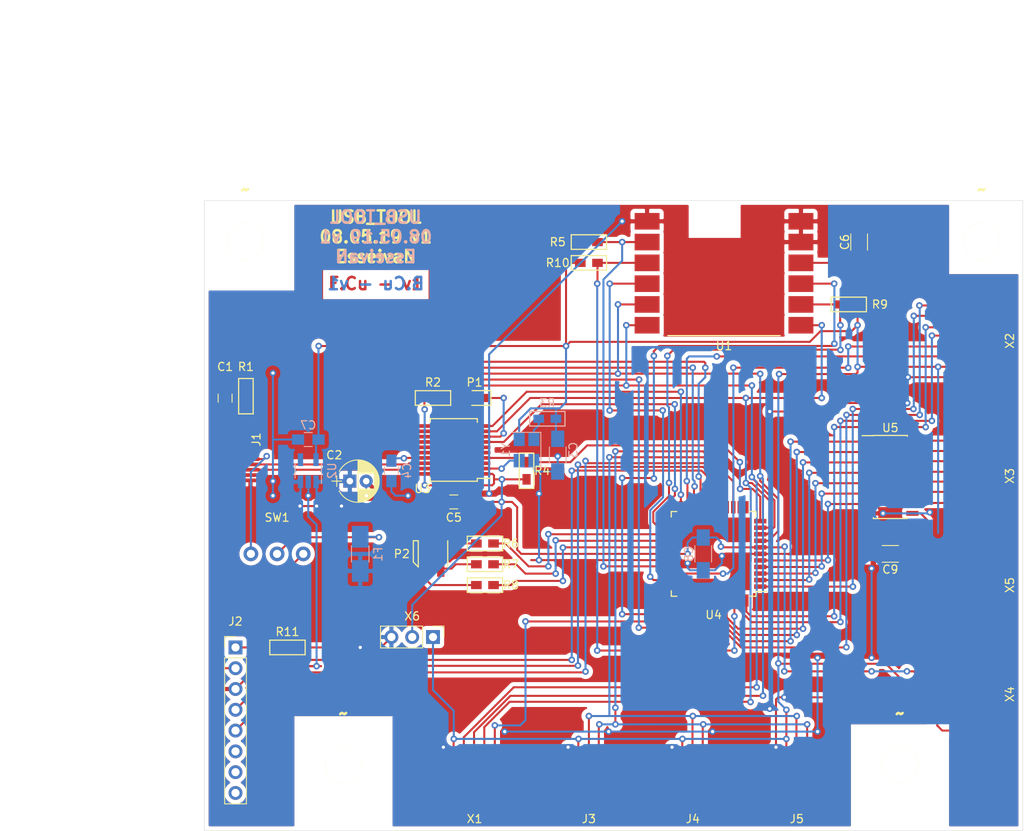
<source format=kicad_pcb>
(kicad_pcb (version 20171130) (host pcbnew "(5.1.0)-1")
  (title_block (title "USB Tool") (date 2019-04-28) (rev 0) (company ESN) (comment 1 "Author : EsseivaN"))
  (layers (0 F.Cu signal) (31 B.Cu signal) (34 B.Paste user) (35 F.Paste user) (36 B.SilkS user) (37 F.SilkS user) (38 B.Mask user) (39 F.Mask user) (44 Edge.Cuts user))
  (net 0 "")
  (net 1 "Net-(C1-Pad2)")
  (net 2 GND)
  (net 3 "Net-(C4-Pad1)")
  (net 4 /COM)
  (net 5 "Net-(F1-Pad2)")
  (net 6 /VBus)
  (net 7 D-)
  (net 8 D+)
  (net 9 "Net-(J2-Pad2)")
  (net 10 VPP)
  (net 11 ICSPCLK)
  (net 12 ICSPDAT)
  (net 13 SDA)
  (net 14 SCL)
  (net 15 /SPI_LED)
  (net 16 "Net-(P1-Pad1)")
  (net 17 "Net-(P2-Pad3)")
  (net 18 "Net-(P2-Pad4)")
  (net 19 "Net-(P2-Pad2)")
  (net 20 "Net-(R3-Pad1)")
  (net 21 /RESET_USB)
  (net 22 /RESET_RF)
  (net 23 /~CSDAT)
  (net 24 /~CSCON)
  (net 25 /IRQ1)
  (net 26 /IRQ0)
  (net 27 /MOSI)
  (net 28 /MISO)
  (net 29 /SCK)
  (net 30 /BRR)
  (net 31 /BRA)
  (net 32 /~USBCFG)
  (net 33 /~LOWPWR)
  (net 34 /~SSPND)
  (net 35 "Net-(U3-Pad2)")
  (net 36 /D2)
  (net 37 /D1)
  (net 38 /IP3)
  (net 39 /IP2)
  (net 40 /IP1)
  (net 41 /D4)
  (net 42 /CLK)
  (net 43 /CS_EXT)
  (net 44 /IP7)
  (net 45 /IP6)
  (net 46 /IP5)
  (net 47 /IP4)
  (net 48 /D3)
  (net 49 /P1)
  (net 50 /P2)
  (net 51 /P3)
  (net 52 /P4)
  (net 53 /P5)
  (net 54 /P6)
  (net 55 /P7)
  (net 56 5V)
  (net 57 3V3)
  (net 58 VCC)
  (net 59 "Net-(J1-Pad4)")
  (net 60 "Net-(J2-Pad8)")
  (net 61 "Net-(J2-Pad7)")
  (net 62 "Net-(J2-Pad6)")
  (net 63 "Net-(U2-Pad4)")
  (net 64 "Net-(U3-Pad14)")
  (net 65 "Net-(U3-Pad6)")
  (net 66 "Net-(U3-Pad5)")
  (net 67 "Net-(U3-Pad3)")
  (net 68 "Net-(U4-Pad34)")
  (net 69 "Net-(U4-Pad33)")
  (net 70 "Net-(U4-Pad13)")
  (net 71 "Net-(U4-Pad12)")
  (net 72 /LED_B)
  (net 73 /LED_G)
  (net 74 /LED_R)
  (net 75 /INT)
  (module 0EsseivaN_Lib:TQFP-44_10x10mm_Pitch0.8mm (layer F.Cu) (at 118.36 84.78 180)
    (fp_text reference U4 (at 0 -7.45 180) (layer F.SilkS))
    (fp_text value PIC18F46K40_44)
    (pad 44 smd rect (at -4 -5.7 270) (size 1.5 0.55) (layers F.Cu F.Paste F.Mask) (net 36 /D2))
    (pad 43 smd rect (at -3.2 -5.7 270) (size 1.5 0.55) (layers F.Cu F.Paste F.Mask) (net 37 /D1))
    (pad 42 smd rect (at -2.4 -5.7 270) (size 1.5 0.55) (layers F.Cu F.Paste F.Mask) (net 24 /~CSCON))
    (pad 41 smd rect (at -1.6 -5.7 270) (size 1.5 0.55) (layers F.Cu F.Paste F.Mask) (net 38 /IP3))
    (pad 40 smd rect (at -0.8 -5.7 270) (size 1.5 0.55) (layers F.Cu F.Paste F.Mask) (net 39 /IP2))
    (pad 39 smd rect (at 0 -5.7 270) (size 1.5 0.55) (layers F.Cu F.Paste F.Mask) (net 40 /IP1))
    (pad 38 smd rect (at 0.8 -5.7 270) (size 1.5 0.55) (layers F.Cu F.Paste F.Mask) (net 41 /D4))
    (pad 37 smd rect (at 1.6 -5.7 270) (size 1.5 0.55) (layers F.Cu F.Paste F.Mask) (net 32 /~USBCFG))
    (pad 36 smd rect (at 2.4 -5.7 270) (size 1.5 0.55) (layers F.Cu F.Paste F.Mask) (net 43 /CS_EXT))
    (pad 35 smd rect (at 3.2 -5.7 270) (size 1.5 0.55) (layers F.Cu F.Paste F.Mask) (net 25 /IRQ1))
    (pad 34 smd rect (at 4 -5.7 270) (size 1.5 0.55) (layers F.Cu F.Paste F.Mask) (net 68 "Net-(U4-Pad34)"))
    (pad 33 smd rect (at 5.7 -4 180) (size 1.5 0.55) (layers F.Cu F.Paste F.Mask) (net 69 "Net-(U4-Pad33)"))
    (pad 32 smd rect (at 5.7 -3.2 180) (size 1.5 0.55) (layers F.Cu F.Paste F.Mask) (net 26 /IRQ0))
    (pad 31 smd rect (at 5.7 -2.4 180) (size 1.5 0.55) (layers F.Cu F.Paste F.Mask) (net 42 /CLK))
    (pad 30 smd rect (at 5.7 -1.6 180) (size 1.5 0.55) (layers F.Cu F.Paste F.Mask) (net 22 /RESET_RF))
    (pad 29 smd rect (at 5.7 -0.8 180) (size 1.5 0.55) (layers F.Cu F.Paste F.Mask) (net 2 GND))
    (pad 28 smd rect (at 5.7 0 180) (size 1.5 0.55) (layers F.Cu F.Paste F.Mask) (net 58 VCC))
    (pad 27 smd rect (at 5.7 0.8 180) (size 1.5 0.55) (layers F.Cu F.Paste F.Mask) (net 74 /LED_R))
    (pad 26 smd rect (at 5.7 1.6 180) (size 1.5 0.55) (layers F.Cu F.Paste F.Mask) (net 73 /LED_G))
    (pad 25 smd rect (at 5.7 2.4 180) (size 1.5 0.55) (layers F.Cu F.Paste F.Mask) (net 72 /LED_B))
    (pad 24 smd rect (at 5.7 3.2 180) (size 1.5 0.55) (layers F.Cu F.Paste F.Mask) (net 23 /~CSDAT))
    (pad 23 smd rect (at 5.7 4 180) (size 1.5 0.55) (layers F.Cu F.Paste F.Mask) (net 34 /~SSPND))
    (pad 22 smd rect (at 4 5.7 270) (size 1.5 0.55) (layers F.Cu F.Paste F.Mask) (net 33 /~LOWPWR))
    (pad 21 smd rect (at 3.2 5.7 270) (size 1.5 0.55) (layers F.Cu F.Paste F.Mask) (net 75 /INT))
    (pad 20 smd rect (at 2.4 5.7 270) (size 1.5 0.55) (layers F.Cu F.Paste F.Mask) (net 31 /BRA))
    (pad 19 smd rect (at 1.6 5.7 270) (size 1.5 0.55) (layers F.Cu F.Paste F.Mask) (net 30 /BRR))
    (pad 18 smd rect (at 0.8 5.7 270) (size 1.5 0.55) (layers F.Cu F.Paste F.Mask) (net 10 VPP))
    (pad 17 smd rect (at 0 5.7 270) (size 1.5 0.55) (layers F.Cu F.Paste F.Mask) (net 12 ICSPDAT))
    (pad 16 smd rect (at -0.8 5.7 270) (size 1.5 0.55) (layers F.Cu F.Paste F.Mask) (net 11 ICSPCLK))
    (pad 15 smd rect (at -1.6 5.7 270) (size 1.5 0.55) (layers F.Cu F.Paste F.Mask) (net 13 SDA))
    (pad 14 smd rect (at -2.4 5.7 270) (size 1.5 0.55) (layers F.Cu F.Paste F.Mask) (net 14 SCL))
    (pad 13 smd rect (at -3.2 5.7 270) (size 1.5 0.55) (layers F.Cu F.Paste F.Mask) (net 70 "Net-(U4-Pad13)"))
    (pad 12 smd rect (at -4 5.7 270) (size 1.5 0.55) (layers F.Cu F.Paste F.Mask) (net 71 "Net-(U4-Pad12)"))
    (pad 11 smd rect (at -5.7 4 180) (size 1.5 0.55) (layers F.Cu F.Paste F.Mask) (net 21 /RESET_USB))
    (pad 10 smd rect (at -5.7 3.2 180) (size 1.5 0.55) (layers F.Cu F.Paste F.Mask) (net 28 /MISO))
    (pad 9 smd rect (at -5.7 2.4 180) (size 1.5 0.55) (layers F.Cu F.Paste F.Mask) (net 29 /SCK))
    (pad 8 smd rect (at -5.7 1.6 180) (size 1.5 0.55) (layers F.Cu F.Paste F.Mask) (net 27 /MOSI))
    (pad 7 smd rect (at -5.7 0.8 180) (size 1.5 0.55) (layers F.Cu F.Paste F.Mask) (net 58 VCC))
    (pad 6 smd rect (at -5.7 0 180) (size 1.5 0.55) (layers F.Cu F.Paste F.Mask) (net 2 GND))
    (pad 5 smd rect (at -5.7 -0.8 180) (size 1.5 0.55) (layers F.Cu F.Paste F.Mask) (net 44 /IP7))
    (pad 4 smd rect (at -5.7 -1.6 180) (size 1.5 0.55) (layers F.Cu F.Paste F.Mask) (net 45 /IP6))
    (pad 3 smd rect (at -5.7 -2.4 180) (size 1.5 0.55) (layers F.Cu F.Paste F.Mask) (net 46 /IP5))
    (pad 2 smd rect (at -5.7 -3.2 180) (size 1.5 0.55) (layers F.Cu F.Paste F.Mask) (net 47 /IP4))
    (pad 1 smd rect (at -5.7 -4 180) (size 1.5 0.55) (layers F.Cu F.Paste F.Mask) (net 48 /D3))
  )
  (module 0EsseivaN_Lib:C_1206_HandSoldering (layer B.Cu) (at 99.31 72.715 270)
    (fp_text reference C3 (at -0.635 -1.905 90) (layer B.SilkS) (effects (justify mirror)))
    (fp_text value 100nF)
    (pad 1 smd rect (at -2 0 270) (size 2 1.6) (layers B.Cu B.Paste B.Mask) (net 57 3V3))
    (pad 2 smd rect (at 2 0 270) (size 2 1.6) (layers B.Cu B.Paste B.Mask) (net 2 GND))
  )
  (module 0EsseivaN_Lib:PERC-4.5mm (layer F.Cu) (at 73.13 110.6)
    (fp_text reference PERC-4.5mm hide)
    (fp_text value ~ (at 0 -6.35) (layer F.SilkS) (effects (font (size 1.524 1.524) (thickness 0.3048))))
    (pad "" np_thru_hole circle (at 0 0) (size 4.5 4.5) (drill 4.5) (layers *.Cu *.Mask F.SilkS))
  )
  (module 0EsseivaN_Lib:PERC-4.5mm (layer F.Cu) (at 141.13 110.6)
    (fp_text reference PERC-4.5mm hide)
    (fp_text value ~ (at 0 -6.35) (layer F.SilkS) (effects (font (size 1.524 1.524) (thickness 0.3048))))
    (pad "" np_thru_hole circle (at 0 0) (size 4.5 4.5) (drill 4.5) (layers *.Cu *.Mask F.SilkS))
  )
  (module 0EsseivaN_Lib:PERC-4.5mm (layer F.Cu) (at 151.13 46.6)
    (fp_text reference PERC-4.5mm hide)
    (fp_text value ~ (at 0 -6.35) (layer F.SilkS) (effects (font (size 1.524 1.524) (thickness 0.3048))))
    (pad "" np_thru_hole circle (at 0 0) (size 4.5 4.5) (drill 4.5) (layers *.Cu *.Mask F.SilkS))
  )
  (module 0EsseivaN_Lib:PERC-4.5mm (layer F.Cu) (at 61.13 46.6)
    (fp_text reference PERC-4.5mm hide)
    (fp_text value ~ (at 0 -6.35) (layer F.SilkS) (effects (font (size 1.524 1.524) (thickness 0.3048))))
    (pad "" np_thru_hole circle (at 0 0) (size 4.5 4.5) (drill 4.5) (layers *.Cu *.Mask F.SilkS))
  )
  (module 0EsseivaN_Lib:SSOP-20_5.3x7.2mm_Pitch0.65mm (layer F.Cu) (at 86.61 72.08 180)
    (fp_text reference U3 (at 3.81 -4.75 180) (layer F.SilkS))
    (fp_text value MCP2210)
    (pad 20 smd rect (at 3.6 -2.925 180) (size 1.75 0.45) (layers F.Cu F.Paste F.Mask) (net 2 GND))
    (pad 19 smd rect (at 3.6 -2.275 180) (size 1.75 0.45) (layers F.Cu F.Paste F.Mask) (net 8 D+))
    (pad 18 smd rect (at 3.6 -1.625 180) (size 1.75 0.45) (layers F.Cu F.Paste F.Mask) (net 7 D-))
    (pad 17 smd rect (at 3.6 -0.975 180) (size 1.75 0.45) (layers F.Cu F.Paste F.Mask) (net 3 "Net-(C4-Pad1)"))
    (pad 16 smd rect (at 3.6 -0.325 180) (size 1.75 0.45) (layers F.Cu F.Paste F.Mask) (net 30 /BRR))
    (pad 15 smd rect (at 3.6 0.325 180) (size 1.75 0.45) (layers F.Cu F.Paste F.Mask) (net 31 /BRA))
    (pad 14 smd rect (at 3.6 0.975 180) (size 1.75 0.45) (layers F.Cu F.Paste F.Mask) (net 64 "Net-(U3-Pad14)"))
    (pad 13 smd rect (at 3.6 1.625 180) (size 1.75 0.45) (layers F.Cu F.Paste F.Mask) (net 27 /MOSI))
    (pad 12 smd rect (at 3.6 2.275 180) (size 1.75 0.45) (layers F.Cu F.Paste F.Mask) (net 32 /~USBCFG))
    (pad 11 smd rect (at 3.6 2.925 180) (size 1.75 0.45) (layers F.Cu F.Paste F.Mask) (net 29 /SCK))
    (pad 10 smd rect (at -3.6 2.925 180) (size 1.75 0.45) (layers F.Cu F.Paste F.Mask) (net 33 /~LOWPWR))
    (pad 9 smd rect (at -3.6 2.275 180) (size 1.75 0.45) (layers F.Cu F.Paste F.Mask) (net 28 /MISO))
    (pad 8 smd rect (at -3.6 1.625 180) (size 1.75 0.45) (layers F.Cu F.Paste F.Mask) (net 15 /SPI_LED))
    (pad 7 smd rect (at -3.6 0.975 180) (size 1.75 0.45) (layers F.Cu F.Paste F.Mask) (net 34 /~SSPND))
    (pad 6 smd rect (at -3.6 0.325 180) (size 1.75 0.45) (layers F.Cu F.Paste F.Mask) (net 65 "Net-(U3-Pad6)"))
    (pad 5 smd rect (at -3.6 -0.325 180) (size 1.75 0.45) (layers F.Cu F.Paste F.Mask) (net 66 "Net-(U3-Pad5)"))
    (pad 4 smd rect (at -3.6 -0.975 180) (size 1.75 0.45) (layers F.Cu F.Paste F.Mask) (net 21 /RESET_USB))
    (pad 3 smd rect (at -3.6 -1.625 180) (size 1.75 0.45) (layers F.Cu F.Paste F.Mask) (net 67 "Net-(U3-Pad3)"))
    (pad 2 smd rect (at -3.6 -2.275 180) (size 1.75 0.45) (layers F.Cu F.Paste F.Mask) (net 35 "Net-(U3-Pad2)"))
    (pad 1 smd rect (at -3.6 -2.925 180) (size 1.75 0.45) (layers F.Cu F.Paste F.Mask) (net 58 VCC))
  )
  (module 0EsseivaN_Lib:micro_usb (layer F.Cu) (at 57.22 74.5 90)
    (fp_text reference J1 (at 3.69 5.26 90) (layer F.SilkS))
    (fp_text value USB_B_Micro)
    (pad 5 smd rect (at -1.3 4.55 90) (size 0.45 2.2) (layers F.Cu F.Paste F.Mask) (net 2 GND))
    (pad 6 smd rect (at -4.1 1.45 90) (size 3 1.9) (layers F.Cu F.Paste F.Mask) (net 1 "Net-(C1-Pad2)"))
    (pad 6 smd rect (at -1.15 1.45 90) (size 1.8 1.9) (layers F.Cu F.Paste F.Mask) (net 1 "Net-(C1-Pad2)"))
    (pad 6 smd rect (at 1.15 1.45 90) (size 1.8 1.9) (layers F.Cu F.Paste F.Mask) (net 1 "Net-(C1-Pad2)"))
    (pad 6 smd rect (at 4.1 1.45 90) (size 3 1.9) (layers F.Cu F.Paste F.Mask) (net 1 "Net-(C1-Pad2)"))
    (pad 4 smd rect (at -0.65 4.55 90) (size 0.45 2.2) (layers F.Cu F.Paste F.Mask) (net 59 "Net-(J1-Pad4)"))
    (pad 3 smd rect (at 0 4.55 90) (size 0.45 2.2) (layers F.Cu F.Paste F.Mask) (net 8 D+))
    (pad 2 smd rect (at 0.65 4.55 90) (size 0.45 2.2) (layers F.Cu F.Paste F.Mask) (net 7 D-))
    (pad 1 smd rect (at 1.3 4.55 90) (size 0.45 2.2) (layers F.Cu F.Paste F.Mask) (net 6 /VBus))
  )
  (module 0EsseivaN_Lib:C_0805_HandSoldering (layer F.Cu) (at 58.67 65.75 270)
    (fp_text reference C1 (at -3.83 0) (layer F.SilkS))
    (fp_text value 4.7nF)
    (pad 2 smd rect (at 1.25 0 270) (size 1.5 1.25) (layers F.Cu F.Paste F.Mask) (net 1 "Net-(C1-Pad2)"))
    (pad 1 smd rect (at -1.25 0 270) (size 1.5 1.25) (layers F.Cu F.Paste F.Mask) (net 2 GND))
  )
  (module 0EsseivaN_Lib:CP_Radial_D5.0mm_P2.00mm (layer F.Cu) (at 73.91 75.89)
    (fp_text reference C2 (at -1.905 -3.175) (layer F.SilkS))
    (fp_text value 10uF)
    (pad 1 thru_hole rect (at 0 0) (size 1.6 1.6) (drill 0.8) (layers *.Cu *.Mask) (net 56 5V))
    (pad 2 thru_hole circle (at 2 0) (size 1.6 1.6) (drill 0.8) (layers *.Cu *.Mask) (net 2 GND))
  )
  (module 0EsseivaN_Lib:C_0805_HandSoldering (layer B.Cu) (at 78.99 74.64 270)
    (fp_text reference C4 (at -0.02 -1.905 270) (layer B.SilkS) (effects (justify mirror)))
    (fp_text value 1uF)
    (pad 1 smd rect (at -1.25 0 270) (size 1.5 1.25) (layers B.Cu B.Paste B.Mask) (net 3 "Net-(C4-Pad1)"))
    (pad 2 smd rect (at 1.25 0 270) (size 1.5 1.25) (layers B.Cu B.Paste B.Mask) (net 2 GND))
  )
  (module 0EsseivaN_Lib:C_0805_HandSoldering (layer F.Cu) (at 86.61 78.43)
    (fp_text reference C5 (at 0 1.905) (layer F.SilkS))
    (fp_text value 470nF)
    (pad 1 smd rect (at -1.25 0) (size 1.5 1.25) (layers F.Cu F.Paste F.Mask) (net 2 GND))
    (pad 2 smd rect (at 1.25 0) (size 1.5 1.25) (layers F.Cu F.Paste F.Mask) (net 58 VCC))
  )
  (module 0EsseivaN_Lib:C_1206_HandSoldering (layer F.Cu) (at 136.14 46.68 90)
    (fp_text reference C6 (at 0 -1.75 90) (layer F.SilkS))
    (fp_text value 4.7uF)
    (pad 1 smd rect (at -2 0 90) (size 2 1.6) (layers F.Cu F.Paste F.Mask) (net 57 3V3))
    (pad 2 smd rect (at 2 0 90) (size 2 1.6) (layers F.Cu F.Paste F.Mask) (net 2 GND))
  )
  (module 0EsseivaN_Lib:C_0805_HandSoldering (layer B.Cu) (at 68.83 70.81 180)
    (fp_text reference C7 (at 0 1.75 180) (layer B.SilkS) (effects (justify mirror)))
    (fp_text value 1uF)
    (pad 2 smd rect (at 1.25 0 180) (size 1.5 1.25) (layers B.Cu B.Paste B.Mask) (net 2 GND))
    (pad 1 smd rect (at -1.25 0 180) (size 1.5 1.25) (layers B.Cu B.Paste B.Mask) (net 57 3V3))
  )
  (module 0EsseivaN_Lib:C_1206_HandSoldering (layer B.Cu) (at 117.09 84.78 270)
    (fp_text reference C8 (at 0 1.75 270) (layer B.SilkS) (effects (justify mirror)))
    (fp_text value 100nF)
    (pad 2 smd rect (at 2 0 270) (size 2 1.6) (layers B.Cu B.Paste B.Mask) (net 2 GND))
    (pad 1 smd rect (at -2 0 270) (size 2 1.6) (layers B.Cu B.Paste B.Mask) (net 58 VCC))
  )
  (module 0EsseivaN_Lib:C_1206_HandSoldering (layer F.Cu) (at 139.95 84.78 180)
    (fp_text reference C9 (at 0 -1.905 180) (layer F.SilkS))
    (fp_text value 100nF)
    (pad 1 smd rect (at -2 0 180) (size 2 1.6) (layers F.Cu F.Paste F.Mask) (net 4 /COM))
    (pad 2 smd rect (at 2 0 180) (size 2 1.6) (layers F.Cu F.Paste F.Mask) (net 2 GND))
  )
  (module 0EsseivaN_Lib:Fuse_SMD1206_HandSoldering (layer B.Cu) (at 75.18 84.78 90)
    (fp_text reference F1 (at -0.05 2.2 90) (layer B.SilkS) (effects (justify mirror)))
    (fp_text value 500mA)
    (pad 2 smd rect (at 2.09 0) (size 2.03 2.65) (layers B.Cu B.Paste B.Mask) (net 5 "Net-(F1-Pad2)"))
    (pad 1 smd rect (at -2.09 0) (size 2.03 2.65) (layers B.Cu B.Paste B.Mask) (net 56 5V))
  )
  (module 0EsseivaN_Lib:CH_05P (layer F.Cu) (at 100.58 111.45)
    (fp_text reference J3 (at 2.54 5.715) (layer F.SilkS))
    (fp_text value Extender_I2C_1)
    (pad 1 connect rect (at 0 -0.4) (size 0.6 2.5) (layers F.Cu F.Mask) (net 56 5V))
    (pad 2 connect rect (at 1.25 -0.4) (size 0.6 2.5) (layers F.Cu F.Mask) (net 57 3V3))
    (pad 0 connect rect (at -1.85 3.7) (size 2 3.5) (layers F.Cu F.Mask))
    (pad 0 connect rect (at 6.85 3.7) (size 2 3.5) (layers F.Cu F.Mask))
    (pad 3 connect rect (at 2.5 -0.4) (size 0.6 2.5) (layers F.Cu F.Mask) (net 13 SDA))
    (pad 4 connect rect (at 3.75 -0.4) (size 0.6 2.5) (layers F.Cu F.Mask) (net 14 SCL))
    (pad 5 connect rect (at 5 -0.4) (size 0.6 2.5) (layers F.Cu F.Mask) (net 2 GND))
  )
  (module 0EsseivaN_Lib:CH_05P (layer F.Cu) (at 113.28 111.45)
    (fp_text reference J4 (at 2.54 5.715) (layer F.SilkS))
    (fp_text value Extender_I2C_2)
    (pad 5 connect rect (at 5 -0.4) (size 0.6 2.5) (layers F.Cu F.Mask) (net 2 GND))
    (pad 4 connect rect (at 3.75 -0.4) (size 0.6 2.5) (layers F.Cu F.Mask) (net 14 SCL))
    (pad 3 connect rect (at 2.5 -0.4) (size 0.6 2.5) (layers F.Cu F.Mask) (net 13 SDA))
    (pad 0 connect rect (at 6.85 3.7) (size 2 3.5) (layers F.Cu F.Mask))
    (pad 0 connect rect (at -1.85 3.7) (size 2 3.5) (layers F.Cu F.Mask))
    (pad 2 connect rect (at 1.25 -0.4) (size 0.6 2.5) (layers F.Cu F.Mask) (net 57 3V3))
    (pad 1 connect rect (at 0 -0.4) (size 0.6 2.5) (layers F.Cu F.Mask) (net 56 5V))
  )
  (module 0EsseivaN_Lib:CH_05P (layer F.Cu) (at 125.98 111.45)
    (fp_text reference J5 (at 2.54 5.715) (layer F.SilkS))
    (fp_text value Extender_I2C_3)
    (pad 1 connect rect (at 0 -0.4) (size 0.6 2.5) (layers F.Cu F.Mask) (net 56 5V))
    (pad 2 connect rect (at 1.25 -0.4) (size 0.6 2.5) (layers F.Cu F.Mask) (net 57 3V3))
    (pad 0 connect rect (at -1.85 3.7) (size 2 3.5) (layers F.Cu F.Mask))
    (pad 0 connect rect (at 6.85 3.7) (size 2 3.5) (layers F.Cu F.Mask))
    (pad 3 connect rect (at 2.5 -0.4) (size 0.6 2.5) (layers F.Cu F.Mask) (net 13 SDA))
    (pad 4 connect rect (at 3.75 -0.4) (size 0.6 2.5) (layers F.Cu F.Mask) (net 14 SCL))
    (pad 5 connect rect (at 5 -0.4) (size 0.6 2.5) (layers F.Cu F.Mask) (net 2 GND))
  )
  (module 0EsseivaN_Lib:D_0603_HandSoldering (layer F.Cu) (at 89.15 65.73 180)
    (fp_text reference P1 (at 0 1.905 180) (layer F.SilkS))
    (fp_text value TLMS1000)
    (pad 2 smd rect (at -1.125 0 180) (size 1.4 1) (layers F.Cu F.Paste F.Mask) (net 15 /SPI_LED))
    (pad 1 smd rect (at 1.125 0 180) (size 1.4 1) (layers F.Cu F.Paste F.Mask) (net 16 "Net-(P1-Pad1)"))
  )
  (module 0EsseivaN_Lib:LED_RGB_1411 (layer F.Cu) (at 84.07 84.78 90)
    (fp_text reference P2 (at 0 -3.81) (layer F.SilkS))
    (fp_text value 150141M173100)
    (pad 1 smd rect (at 1.8 -0.95 90) (size 2 0.9) (layers F.Cu F.Paste F.Mask) (net 56 5V))
    (pad 3 smd rect (at -1.8 -0.95 90) (size 2 0.9) (layers F.Cu F.Paste F.Mask) (net 17 "Net-(P2-Pad3)"))
    (pad 4 smd rect (at -1.8 0.95 90) (size 2 0.9) (layers F.Cu F.Paste F.Mask) (net 18 "Net-(P2-Pad4)"))
    (pad 2 smd rect (at 1.8 0.95 90) (size 2 0.9) (layers F.Cu F.Paste F.Mask) (net 19 "Net-(P2-Pad2)"))
  )
  (module 0EsseivaN_Lib:R_0603_HandSoldering (layer F.Cu) (at 61.21 65.51 90)
    (fp_text reference R1 (at 3.59 0 180) (layer F.SilkS))
    (fp_text value 1M)
    (pad 1 smd rect (at -1.05 0 90) (size 1.3 1) (layers F.Cu F.Paste F.Mask) (net 1 "Net-(C1-Pad2)"))
    (pad 2 smd rect (at 1.05 0 90) (size 1.3 1) (layers F.Cu F.Paste F.Mask) (net 2 GND))
  )
  (module 0EsseivaN_Lib:R_0603_HandSoldering (layer F.Cu) (at 84.07 65.73)
    (fp_text reference R2 (at 0 -1.905) (layer F.SilkS))
    (fp_text value 180R)
    (pad 2 smd rect (at 1.05 0) (size 1.3 1) (layers F.Cu F.Paste F.Mask) (net 16 "Net-(P1-Pad1)"))
    (pad 1 smd rect (at -1.05 0) (size 1.3 1) (layers F.Cu F.Paste F.Mask) (net 58 VCC))
  )
  (module 0EsseivaN_Lib:R_0603_HandSoldering (layer B.Cu) (at 98.04 68.27)
    (fp_text reference R3 (at 0 -1.905) (layer B.SilkS) (effects (justify mirror)))
    (fp_text value 1k)
    (pad 2 smd rect (at 1.05 0) (size 1.3 1) (layers B.Cu B.Paste B.Mask) (net 57 3V3))
    (pad 1 smd rect (at -1.05 0) (size 1.3 1) (layers B.Cu B.Paste B.Mask) (net 20 "Net-(R3-Pad1)"))
  )
  (module 0EsseivaN_Lib:R_0603_HandSoldering (layer F.Cu) (at 95.5 74.62 270)
    (fp_text reference R4 (at 0 -1.905) (layer F.SilkS))
    (fp_text value 1k)
    (pad 1 smd rect (at -1.05 0 270) (size 1.3 1) (layers F.Cu F.Paste F.Mask) (net 21 /RESET_USB))
    (pad 2 smd rect (at 1.05 0 270) (size 1.3 1) (layers F.Cu F.Paste F.Mask) (net 58 VCC))
  )
  (module 0EsseivaN_Lib:R_0603_HandSoldering (layer F.Cu) (at 103.12 46.68 180)
    (fp_text reference R5 (at 3.81 0 180) (layer F.SilkS))
    (fp_text value 1k)
    (pad 2 smd rect (at 1.05 0 180) (size 1.3 1) (layers F.Cu F.Paste F.Mask) (net 57 3V3))
    (pad 1 smd rect (at -1.05 0 180) (size 1.3 1) (layers F.Cu F.Paste F.Mask) (net 22 /RESET_RF))
  )
  (module 0EsseivaN_Lib:R_0603_HandSoldering (layer F.Cu) (at 90.42 83.51)
    (fp_text reference R6 (at 3.175 0) (layer F.SilkS))
    (fp_text value 180R)
    (pad 1 smd rect (at -1.05 0) (size 1.3 1) (layers F.Cu F.Paste F.Mask) (net 19 "Net-(P2-Pad2)"))
    (pad 2 smd rect (at 1.05 0) (size 1.3 1) (layers F.Cu F.Paste F.Mask) (net 72 /LED_B))
  )
  (module 0EsseivaN_Lib:R_0603_HandSoldering (layer F.Cu) (at 90.42 86.05)
    (fp_text reference R7 (at 3.175 0) (layer F.SilkS))
    (fp_text value 180R)
    (pad 1 smd rect (at -1.05 0) (size 1.3 1) (layers F.Cu F.Paste F.Mask) (net 18 "Net-(P2-Pad4)"))
    (pad 2 smd rect (at 1.05 0) (size 1.3 1) (layers F.Cu F.Paste F.Mask) (net 73 /LED_G))
  )
  (module 0EsseivaN_Lib:R_0603_HandSoldering (layer F.Cu) (at 90.42 88.59)
    (fp_text reference R8 (at 3.175 0) (layer F.SilkS))
    (fp_text value 270R)
    (pad 2 smd rect (at 1.05 0) (size 1.3 1) (layers F.Cu F.Paste F.Mask) (net 74 /LED_R))
    (pad 1 smd rect (at -1.05 0) (size 1.3 1) (layers F.Cu F.Paste F.Mask) (net 17 "Net-(P2-Pad3)"))
  )
  (module 0EsseivaN_Lib:R_0603_HandSoldering (layer F.Cu) (at 134.87 54.3)
    (fp_text reference R9 (at 3.81 0) (layer F.SilkS))
    (fp_text value 1k)
    (pad 1 smd rect (at -1.05 0) (size 1.3 1) (layers F.Cu F.Paste F.Mask) (net 23 /~CSDAT))
    (pad 2 smd rect (at 1.05 0) (size 1.3 1) (layers F.Cu F.Paste F.Mask) (net 57 3V3))
  )
  (module 0EsseivaN_Lib:R_0603_HandSoldering (layer F.Cu) (at 103.12 49.22 180)
    (fp_text reference R10 (at 3.81 0 180) (layer F.SilkS))
    (fp_text value 1k)
    (pad 2 smd rect (at 1.05 0 180) (size 1.3 1) (layers F.Cu F.Paste F.Mask) (net 57 3V3))
    (pad 1 smd rect (at -1.05 0 180) (size 1.3 1) (layers F.Cu F.Paste F.Mask) (net 24 /~CSCON))
  )
  (module 0EsseivaN_Lib:R_0603_HandSoldering (layer F.Cu) (at 66.29 96.21 180)
    (fp_text reference R11 (at 0 1.905 180) (layer F.SilkS))
    (fp_text value 27k)
    (pad 1 smd rect (at -1.05 0 180) (size 1.3 1) (layers F.Cu F.Paste F.Mask) (net 56 5V))
    (pad 2 smd rect (at 1.05 0 180) (size 1.3 1) (layers F.Cu F.Paste F.Mask) (net 10 VPP))
  )
  (module 0EsseivaN_Lib:SLB12814 (layer F.Cu) (at 65.02 84.78)
    (fp_text reference SW1 (at 0 -4.445) (layer F.SilkS))
    (fp_text value SW_2TO1)
    (pad 3 thru_hole circle (at 3.2 0) (size 1.8 1.8) (drill 1) (layers *.Cu *.Mask) (net 9 "Net-(J2-Pad2)"))
    (pad 2 thru_hole circle (at 0 0) (size 1.8 1.8) (drill 1) (layers *.Cu *.Mask) (net 5 "Net-(F1-Pad2)"))
    (pad 1 thru_hole circle (at -3.2 0) (size 1.8 1.8) (drill 1) (layers *.Cu *.Mask) (net 6 /VBus))
  )
  (module 0EsseivaN_Lib:MRF89XAM8A (layer F.Cu) (at 119.63 50.49 270)
    (fp_text reference U1 (at 8.89 0) (layer F.SilkS))
    (fp_text value MRF89XAM8A)
    (pad 12 smd rect (at -6.35 -9.398 270) (size 2.032 3.048) (layers F.Cu F.Paste F.Mask) (net 2 GND))
    (pad 1 smd rect (at -6.35 9.398 270) (size 2.032 3.048) (layers F.Cu F.Paste F.Mask) (net 2 GND))
    (pad 11 smd rect (at -3.81 -9.398 270) (size 2.032 3.048) (layers F.Cu F.Paste F.Mask) (net 2 GND))
    (pad 2 smd rect (at -3.81 9.398 270) (size 2.032 3.048) (layers F.Cu F.Paste F.Mask) (net 22 /RESET_RF))
    (pad 10 smd rect (at -1.27 -9.398 270) (size 2.032 3.048) (layers F.Cu F.Paste F.Mask) (net 57 3V3))
    (pad 3 smd rect (at -1.27 9.398 270) (size 2.032 3.048) (layers F.Cu F.Paste F.Mask) (net 24 /~CSCON))
    (pad 9 smd rect (at 1.27 -9.398 270) (size 2.032 3.048) (layers F.Cu F.Paste F.Mask) (net 25 /IRQ1))
    (pad 4 smd rect (at 1.27 9.398 270) (size 2.032 3.048) (layers F.Cu F.Paste F.Mask) (net 26 /IRQ0))
    (pad 8 smd rect (at 3.81 -9.398 270) (size 2.032 3.048) (layers F.Cu F.Paste F.Mask) (net 23 /~CSDAT))
    (pad 5 smd rect (at 3.81 9.398 270) (size 2.032 3.048) (layers F.Cu F.Paste F.Mask) (net 27 /MOSI))
    (pad 7 smd rect (at 6.35 -9.398 270) (size 2.032 3.048) (layers F.Cu F.Paste F.Mask) (net 28 /MISO))
    (pad 6 smd rect (at 6.35 9.398 270) (size 2.032 3.048) (layers F.Cu F.Paste F.Mask) (net 29 /SCK))
  )
  (module 0EsseivaN_Lib:SOT-23-5_HandSoldering (layer B.Cu) (at 68.83 74.62 90)
    (fp_text reference U2 (at 0 2.9 90) (layer B.SilkS) (effects (justify mirror)))
    (fp_text value NCP114)
    (pad 1 smd rect (at -1.35 0.95 90) (size 1.56 0.65) (layers B.Cu B.Paste B.Mask) (net 56 5V))
    (pad 2 smd rect (at -1.35 0 90) (size 1.56 0.65) (layers B.Cu B.Paste B.Mask) (net 2 GND))
    (pad 3 smd rect (at -1.35 -0.95 90) (size 1.56 0.65) (layers B.Cu B.Paste B.Mask) (net 56 5V))
    (pad 4 smd rect (at 1.35 -0.95 90) (size 1.56 0.65) (layers B.Cu B.Paste B.Mask) (net 63 "Net-(U2-Pad4)"))
    (pad 5 smd rect (at 1.35 0.95 90) (size 1.56 0.65) (layers B.Cu B.Paste B.Mask) (net 57 3V3))
  )
  (module 0EsseivaN_Lib:SOIC-16_3.9x9.9mm_Pitch1.27mm (layer F.Cu) (at 139.95 75.382)
    (fp_text reference U5 (at 0 -6) (layer F.SilkS))
    (fp_text value ULN2003)
    (pad 16 smd rect (at 2.7 -4.445) (size 1.5 0.6) (layers F.Cu F.Paste F.Mask) (net 55 /P7))
    (pad 15 smd rect (at 2.7 -3.175) (size 1.5 0.6) (layers F.Cu F.Paste F.Mask) (net 54 /P6))
    (pad 14 smd rect (at 2.7 -1.905) (size 1.5 0.6) (layers F.Cu F.Paste F.Mask) (net 53 /P5))
    (pad 13 smd rect (at 2.7 -0.635) (size 1.5 0.6) (layers F.Cu F.Paste F.Mask) (net 52 /P4))
    (pad 12 smd rect (at 2.7 0.635) (size 1.5 0.6) (layers F.Cu F.Paste F.Mask) (net 51 /P3))
    (pad 11 smd rect (at 2.7 1.905) (size 1.5 0.6) (layers F.Cu F.Paste F.Mask) (net 50 /P2))
    (pad 10 smd rect (at 2.7 3.175) (size 1.5 0.6) (layers F.Cu F.Paste F.Mask) (net 49 /P1))
    (pad 9 smd rect (at 2.7 4.445) (size 1.5 0.6) (layers F.Cu F.Paste F.Mask) (net 4 /COM))
    (pad 8 smd rect (at -2.7 4.445) (size 1.5 0.6) (layers F.Cu F.Paste F.Mask) (net 2 GND))
    (pad 7 smd rect (at -2.7 3.175) (size 1.5 0.6) (layers F.Cu F.Paste F.Mask) (net 44 /IP7))
    (pad 6 smd rect (at -2.7 1.905) (size 1.5 0.6) (layers F.Cu F.Paste F.Mask) (net 45 /IP6))
    (pad 5 smd rect (at -2.7 0.635) (size 1.5 0.6) (layers F.Cu F.Paste F.Mask) (net 46 /IP5))
    (pad 4 smd rect (at -2.7 -0.635) (size 1.5 0.6) (layers F.Cu F.Paste F.Mask) (net 47 /IP4))
    (pad 3 smd rect (at -2.7 -1.905) (size 1.5 0.6) (layers F.Cu F.Paste F.Mask) (net 38 /IP3))
    (pad 2 smd rect (at -2.7 -3.175) (size 1.5 0.6) (layers F.Cu F.Paste F.Mask) (net 39 /IP2))
    (pad 1 smd rect (at -2.7 -4.445) (size 1.5 0.6) (layers F.Cu F.Paste F.Mask) (net 40 /IP1))
  )
  (module 0EsseivaN_Lib:CH_07P (layer F.Cu) (at 85.34 111.45)
    (fp_text reference X1 (at 3.81 5.715) (layer F.SilkS))
    (fp_text value EXTENDER_SPI_1)
    (pad 1 connect rect (at 0 -0.4) (size 0.6 2.5) (layers F.Cu F.Mask) (net 56 5V))
    (pad 2 connect rect (at 1.25 -0.4) (size 0.6 2.5) (layers F.Cu F.Mask) (net 57 3V3))
    (pad 0 connect rect (at -1.85 3.7) (size 2 3.5) (layers F.Cu F.Mask))
    (pad 0 connect rect (at 9.35 3.7) (size 2 3.5) (layers F.Cu F.Mask))
    (pad 3 connect rect (at 2.5 -0.4) (size 0.6 2.5) (layers F.Cu F.Mask) (net 29 /SCK))
    (pad 6 connect rect (at 6.25 -0.4) (size 0.6 2.5) (layers F.Cu F.Mask) (net 43 /CS_EXT))
    (pad 4 connect rect (at 3.75 -0.4) (size 0.6 2.5) (layers F.Cu F.Mask) (net 27 /MOSI))
    (pad 5 connect rect (at 5 -0.4) (size 0.6 2.5) (layers F.Cu F.Mask) (net 28 /MISO))
    (pad 7 connect rect (at 7.5 -0.4) (size 0.6 2.5) (layers F.Cu F.Mask) (net 2 GND))
  )
  (module 0EsseivaN_Lib:CH_08P (layer F.Cu) (at 148.84 63.19 90)
    (fp_text reference X2 (at 4.445 5.715 90) (layer F.SilkS))
    (fp_text value EXTENDER_IO_1)
    (pad 7 connect rect (at 7.5 -0.4 90) (size 0.6 2.5) (layers F.Cu F.Mask) (net 48 /D3))
    (pad 8 connect rect (at 8.75 -0.4 90) (size 0.6 2.5) (layers F.Cu F.Mask) (net 41 /D4))
    (pad 5 connect rect (at 5 -0.4 90) (size 0.6 2.5) (layers F.Cu F.Mask) (net 37 /D1))
    (pad 4 connect rect (at 3.75 -0.4 90) (size 0.6 2.5) (layers F.Cu F.Mask) (net 42 /CLK))
    (pad 6 connect rect (at 6.25 -0.4 90) (size 0.6 2.5) (layers F.Cu F.Mask) (net 36 /D2))
    (pad 3 connect rect (at 2.5 -0.4 90) (size 0.6 2.5) (layers F.Cu F.Mask) (net 75 /INT))
    (pad 0 connect rect (at 10.6 3.7 90) (size 2 3.5) (layers F.Cu F.Mask))
    (pad 0 connect rect (at -1.85 3.7 90) (size 2 3.5) (layers F.Cu F.Mask))
    (pad 2 connect rect (at 1.25 -0.4 90) (size 0.6 2.5) (layers F.Cu F.Mask) (net 57 3V3))
    (pad 1 connect rect (at 0 -0.4 90) (size 0.6 2.5) (layers F.Cu F.Mask) (net 56 5V))
  )
  (module 0EsseivaN_Lib:CH_08P (layer F.Cu) (at 148.84 79.7 90)
    (fp_text reference X3 (at 4.445 5.715 90) (layer F.SilkS))
    (fp_text value EXTENDER_IO_2)
    (pad 1 connect rect (at 0 -0.4 90) (size 0.6 2.5) (layers F.Cu F.Mask) (net 2 GND))
    (pad 2 connect rect (at 1.25 -0.4 90) (size 0.6 2.5) (layers F.Cu F.Mask) (net 49 /P1))
    (pad 0 connect rect (at -1.85 3.7 90) (size 2 3.5) (layers F.Cu F.Mask))
    (pad 0 connect rect (at 10.6 3.7 90) (size 2 3.5) (layers F.Cu F.Mask))
    (pad 3 connect rect (at 2.5 -0.4 90) (size 0.6 2.5) (layers F.Cu F.Mask) (net 50 /P2))
    (pad 6 connect rect (at 6.25 -0.4 90) (size 0.6 2.5) (layers F.Cu F.Mask) (net 53 /P5))
    (pad 4 connect rect (at 3.75 -0.4 90) (size 0.6 2.5) (layers F.Cu F.Mask) (net 51 /P3))
    (pad 5 connect rect (at 5 -0.4 90) (size 0.6 2.5) (layers F.Cu F.Mask) (net 52 /P4))
    (pad 8 connect rect (at 8.75 -0.4 90) (size 0.6 2.5) (layers F.Cu F.Mask) (net 55 /P7))
    (pad 7 connect rect (at 7.5 -0.4 90) (size 0.6 2.5) (layers F.Cu F.Mask) (net 54 /P6))
  )
  (module 0EsseivaN_Lib:CH_02P (layer F.Cu) (at 148.84 88.59 90)
    (fp_text reference X5 (at 0 5.715 90) (layer F.SilkS))
    (fp_text value EXTENDER_COM)
    (pad 1 connect rect (at -0.625 -0.4 90) (size 0.6 2.5) (layers F.Cu F.Mask) (net 4 /COM))
    (pad 2 connect rect (at 0.625 -0.4 90) (size 0.6 2.5) (layers F.Cu F.Mask) (net 4 /COM))
    (pad 0 connect rect (at -2.975 3.7 90) (size 2 3.5) (layers F.Cu F.Mask))
    (pad 0 connect rect (at 2.975 3.7 90) (size 2 3.5) (layers F.Cu F.Mask))
  )
  (module 0EsseivaN_Lib:Oscillator_SMD_4pin_2.5x2.0mm_HandSoldering (layer B.Cu) (at 95.5 72.08 270)
    (fp_text reference Y1 (at 0 2.55 90) (layer B.SilkS) (effects (justify mirror)))
    (fp_text value DSC6003JI2A)
    (pad 1 smd rect (at -1.3 -0.9 270) (size 1.65 1.35) (layers B.Cu B.Paste B.Mask) (net 20 "Net-(R3-Pad1)"))
    (pad 2 smd rect (at 1.3 -0.9 270) (size 1.65 1.35) (layers B.Cu B.Paste B.Mask) (net 2 GND))
    (pad 3 smd rect (at 1.3 0.9 270) (size 1.65 1.35) (layers B.Cu B.Paste B.Mask) (net 35 "Net-(U3-Pad2)"))
    (pad 4 smd rect (at -1.3 0.9 270) (size 1.65 1.35) (layers B.Cu B.Paste B.Mask) (net 57 3V3))
  )
  (module 0EsseivaN_Lib:Pin_Header_Straight_1x08_Pitch2.54mm (layer F.Cu) (at 59.94 96.21)
    (fp_text reference J2 (at 0 -3.175) (layer F.SilkS))
    (fp_text value CONN_ICSP)
    (pad 8 thru_hole oval (at 0 17.78) (size 1.7 1.7) (drill 1) (layers *.Cu *.Mask) (net 60 "Net-(J2-Pad8)"))
    (pad 7 thru_hole oval (at 0 15.24) (size 1.7 1.7) (drill 1) (layers *.Cu *.Mask) (net 61 "Net-(J2-Pad7)"))
    (pad 6 thru_hole oval (at 0 12.7) (size 1.7 1.7) (drill 1) (layers *.Cu *.Mask) (net 62 "Net-(J2-Pad6)"))
    (pad 5 thru_hole oval (at 0 10.16) (size 1.7 1.7) (drill 1) (layers *.Cu *.Mask) (net 11 ICSPCLK))
    (pad 4 thru_hole oval (at 0 7.62) (size 1.7 1.7) (drill 1) (layers *.Cu *.Mask) (net 12 ICSPDAT))
    (pad 3 thru_hole oval (at 0 5.08) (size 1.7 1.7) (drill 1) (layers *.Cu *.Mask) (net 2 GND))
    (pad 2 thru_hole oval (at 0 2.54) (size 1.7 1.7) (drill 1) (layers *.Cu *.Mask) (net 9 "Net-(J2-Pad2)"))
    (pad 1 thru_hole rect (at 0 0) (size 1.7 1.7) (drill 1) (layers *.Cu *.Mask) (net 10 VPP))
  )
  (module 0EsseivaN_Lib:Pin_Header_Straight_1x03_Pitch2.54mm (layer F.Cu) (at 84.07 94.94 270)
    (fp_text reference X6 (at -2.54 2.54) (layer F.SilkS))
    (fp_text value MCU_POWER_SELECT)
    (pad 1 thru_hole rect (at 0 0 270) (size 1.7 1.7) (drill 1) (layers *.Cu *.Mask) (net 57 3V3))
    (pad 2 thru_hole oval (at 0 2.54 270) (size 1.7 1.7) (drill 1) (layers *.Cu *.Mask) (net 58 VCC))
    (pad 3 thru_hole oval (at 0 5.08 270) (size 1.7 1.7) (drill 1) (layers *.Cu *.Mask) (net 56 5V))
  )
  (module 0EsseivaN_Lib:CH_08P (layer F.Cu) (at 148.84 106.37 90)
    (fp_text reference X4 (at 4.445 5.715 90) (layer F.SilkS))
    (fp_text value EXTENDER_POWER_1)
    (pad 1 connect rect (at 0 -0.4 90) (size 0.6 2.5) (layers F.Cu F.Mask) (net 56 5V))
    (pad 2 connect rect (at 1.25 -0.4 90) (size 0.6 2.5) (layers F.Cu F.Mask) (net 56 5V))
    (pad 0 connect rect (at -1.85 3.7 90) (size 2 3.5) (layers F.Cu F.Mask))
    (pad 0 connect rect (at 10.6 3.7 90) (size 2 3.5) (layers F.Cu F.Mask))
    (pad 3 connect rect (at 2.5 -0.4 90) (size 0.6 2.5) (layers F.Cu F.Mask) (net 57 3V3))
    (pad 6 connect rect (at 6.25 -0.4 90) (size 0.6 2.5) (layers F.Cu F.Mask) (net 58 VCC))
    (pad 4 connect rect (at 3.75 -0.4 90) (size 0.6 2.5) (layers F.Cu F.Mask) (net 57 3V3))
    (pad 5 connect rect (at 5 -0.4 90) (size 0.6 2.5) (layers F.Cu F.Mask) (net 58 VCC))
    (pad 8 connect rect (at 8.75 -0.4 90) (size 0.6 2.5) (layers F.Cu F.Mask) (net 2 GND))
    (pad 7 connect rect (at 7.5 -0.4 90) (size 0.6 2.5) (layers F.Cu F.Mask) (net 2 GND))
  )
  (gr_text "B.Cu - v1" (at 77.085 51.76) (layer B.Cu) (effects (font (size 1.5 1.5) (thickness 0.3)) (justify mirror)))
  (gr_text "F.Cu - v1" (at 77.085 51.76) (layer F.Cu) (effects (font (size 1.5 1.5) (thickness 0.3))))
  (gr_text "USB_TOOL\n08.05.19 v1\nEsseivaN" (at 77.085 46.045) (layer B.SilkS) (effects (font (size 1.5 1.5) (thickness 0.3)) (justify mirror)))
  (gr_text "USB_TOOL\n08.05.19 v1\nEsseivaN" (at 77.085 46.045) (layer F.SilkS) (effects (font (size 1.5 1.5) (thickness 0.3))))
  (gr_line (start 56.13 118.6) (end 56.13 41.6) (layer Edge.Cuts) (width 0.05))
  (gr_line (start 156.13 118.6) (end 56.13 118.6) (layer Edge.Cuts) (width 0.05))
  (gr_line (start 156.13 41.6) (end 156.13 118.6) (layer Edge.Cuts) (width 0.05))
  (gr_line (start 56.13 41.6) (end 156.13 41.6) (layer Edge.Cuts) (width 0.05))
  (segment (start 58.67 78.6) (end 58.67 75.65) (width 0.25) (layer F.Cu) (net 1))
  (segment (start 58.67 75.65) (end 58.67 73.35) (width 0.25) (layer F.Cu) (net 1))
  (segment (start 58.67 70.4) (end 58.67 73.35) (width 0.25) (layer F.Cu) (net 1))
  (segment (start 61.21 66.56) (end 61.21 67.762) (width 0.25) (layer F.Cu) (net 1))
  (segment (start 60.448 68.524) (end 58.67 68.524) (width 0.25) (layer F.Cu) (net 1))
  (segment (start 61.21 67.762) (end 60.448 68.524) (width 0.25) (layer F.Cu) (net 1))
  (segment (start 58.67 67) (end 58.67 68.524) (width 0.25) (layer F.Cu) (net 1))
  (segment (start 58.67 68.524) (end 58.67 70.4) (width 0.25) (layer F.Cu) (net 1))
  (segment (start 58.67 63.5) (end 59.488 62.682) (width 0.25) (layer F.Cu) (net 2))
  (segment (start 58.67 64.5) (end 58.67 63.5) (width 0.25) (layer F.Cu) (net 2))
  (via (at 64.512 62.682) (size 0.8) (drill 0.4) (layers F.Cu B.Cu) (net 2))
  (segment (start 61.21 64.46) (end 61.21 62.682) (width 0.25) (layer F.Cu) (net 2))
  (segment (start 59.488 62.682) (end 61.21 62.682) (width 0.25) (layer F.Cu) (net 2))
  (segment (start 61.21 62.682) (end 64.512 62.682) (width 0.25) (layer F.Cu) (net 2))
  (segment (start 64.512 62.682) (end 64.512 70.81) (width 0.25) (layer B.Cu) (net 2))
  (via (at 68.83 77.668) (size 0.8) (drill 0.4) (layers F.Cu B.Cu) (net 2))
  (segment (start 68.83 75.97) (end 68.83 77.668) (width 0.25) (layer B.Cu) (net 2))
  (via (at 64.512 75.89) (size 0.8) (drill 0.4) (layers F.Cu B.Cu) (net 2))
  (segment (start 61.77 75.8) (end 64.422 75.8) (width 0.25) (layer F.Cu) (net 2))
  (segment (start 64.422 75.8) (end 64.512 75.89) (width 0.25) (layer F.Cu) (net 2))
  (via (at 64.512 77.668) (size 0.8) (drill 0.4) (layers F.Cu B.Cu) (net 2))
  (segment (start 64.512 75.89) (end 64.512 77.668) (width 0.25) (layer B.Cu) (net 2))
  (segment (start 64.512 77.668) (end 68.83 77.668) (width 0.25) (layer F.Cu) (net 2))
  (segment (start 64.512 75.324315) (end 64.512 70.81) (width 0.25) (layer B.Cu) (net 2))
  (segment (start 64.512 75.89) (end 64.512 75.324315) (width 0.25) (layer B.Cu) (net 2))
  (segment (start 66.58 70.81) (end 64.512 70.81) (width 0.25) (layer B.Cu) (net 2))
  (segment (start 67.58 70.81) (end 66.58 70.81) (width 0.25) (layer B.Cu) (net 2))
  (via (at 75.942 77.668) (size 0.8) (drill 0.4) (layers F.Cu B.Cu) (net 2))
  (segment (start 75.91 75.89) (end 75.91 77.636) (width 0.25) (layer B.Cu) (net 2))
  (segment (start 75.91 77.636) (end 75.942 77.668) (width 0.25) (layer B.Cu) (net 2))
  (segment (start 75.942 77.668) (end 68.83 77.668) (width 0.25) (layer F.Cu) (net 2))
  (segment (start 83.01 75.005) (end 81.399 75.005) (width 0.25) (layer F.Cu) (net 2))
  (segment (start 81.399 75.005) (end 81.022 75.382) (width 0.25) (layer F.Cu) (net 2))
  (segment (start 81.022 75.382) (end 81.022 77.668) (width 0.25) (layer F.Cu) (net 2))
  (segment (start 81.784 78.43) (end 85.36 78.43) (width 0.25) (layer F.Cu) (net 2))
  (segment (start 81.022 77.668) (end 81.784 78.43) (width 0.25) (layer F.Cu) (net 2))
  (segment (start 75.942 77.668) (end 81.022 77.668) (width 0.25) (layer F.Cu) (net 2))
  (via (at 81.022 77.668) (size 0.8) (drill 0.4) (layers F.Cu B.Cu) (net 2))
  (segment (start 81.022 77.668) (end 79.498 77.668) (width 0.25) (layer B.Cu) (net 2))
  (segment (start 78.99 77.16) (end 78.99 75.89) (width 0.25) (layer B.Cu) (net 2))
  (segment (start 79.498 77.668) (end 78.99 77.16) (width 0.25) (layer B.Cu) (net 2))
  (via (at 92.833 106.497) (size 0.8) (drill 0.4) (layers F.Cu B.Cu) (net 2))
  (segment (start 92.84 111.05) (end 92.84 106.504) (width 0.25) (layer F.Cu) (net 2))
  (segment (start 92.84 106.504) (end 92.833 106.497) (width 0.25) (layer F.Cu) (net 2))
  (via (at 131.06 106.497) (size 0.8) (drill 0.4) (layers F.Cu B.Cu) (net 2))
  (segment (start 131.06 110.97) (end 130.98 111.05) (width 0.25) (layer F.Cu) (net 2))
  (segment (start 131.06 106.497) (end 131.06 110.97) (width 0.25) (layer F.Cu) (net 2))
  (via (at 118.233 106.497) (size 0.8) (drill 0.4) (layers F.Cu B.Cu) (net 2))
  (segment (start 118.28 106.544) (end 118.233 106.497) (width 0.25) (layer F.Cu) (net 2))
  (segment (start 118.28 111.05) (end 118.28 106.544) (width 0.25) (layer F.Cu) (net 2))
  (segment (start 118.233 106.497) (end 131.06 106.497) (width 0.25) (layer B.Cu) (net 2))
  (via (at 105.533 106.497) (size 0.8) (drill 0.4) (layers F.Cu B.Cu) (net 2))
  (segment (start 105.58 106.544) (end 105.533 106.497) (width 0.25) (layer F.Cu) (net 2))
  (segment (start 105.58 111.05) (end 105.58 106.544) (width 0.25) (layer F.Cu) (net 2))
  (segment (start 92.833 106.497) (end 105.533 106.497) (width 0.25) (layer B.Cu) (net 2))
  (segment (start 105.533 106.497) (end 118.233 106.497) (width 0.25) (layer B.Cu) (net 2))
  (segment (start 96.4 74.455) (end 96.4 73.38) (width 0.25) (layer B.Cu) (net 2))
  (segment (start 96.66 74.715) (end 96.4 74.455) (width 0.25) (layer B.Cu) (net 2))
  (via (at 97.024 77.414) (size 0.8) (drill 0.4) (layers F.Cu B.Cu) (net 2))
  (segment (start 97.183 77.255) (end 97.024 77.414) (width 0.25) (layer B.Cu) (net 2))
  (segment (start 97.183 74.715) (end 97.183 77.255) (width 0.25) (layer B.Cu) (net 2))
  (segment (start 97.183 74.715) (end 96.66 74.715) (width 0.25) (layer B.Cu) (net 2))
  (segment (start 99.31 74.715) (end 97.183 74.715) (width 0.25) (layer B.Cu) (net 2))
  (segment (start 85.36 77.555) (end 85.36 78.43) (width 0.25) (layer F.Cu) (net 2))
  (segment (start 85.501 77.414) (end 85.36 77.555) (width 0.25) (layer F.Cu) (net 2))
  (segment (start 110.232 44.14) (end 113.026 44.14) (width 0.25) (layer F.Cu) (net 2))
  (segment (start 113.026 44.14) (end 113.788 44.902) (width 0.25) (layer F.Cu) (net 2))
  (segment (start 113.788 44.902) (end 113.788 46.426) (width 0.25) (layer F.Cu) (net 2))
  (segment (start 113.788 46.426) (end 114.55 47.188) (width 0.25) (layer F.Cu) (net 2))
  (segment (start 114.55 47.188) (end 123.44 47.188) (width 0.25) (layer F.Cu) (net 2))
  (segment (start 123.948 46.68) (end 129.028 46.68) (width 0.25) (layer F.Cu) (net 2))
  (segment (start 123.44 47.188) (end 123.948 46.68) (width 0.25) (layer F.Cu) (net 2))
  (segment (start 129.028 44.14) (end 124.71 44.14) (width 0.25) (layer F.Cu) (net 2))
  (segment (start 123.948 44.902) (end 123.948 46.68) (width 0.25) (layer F.Cu) (net 2))
  (segment (start 124.71 44.14) (end 123.948 44.902) (width 0.25) (layer F.Cu) (net 2))
  (via (at 137.664 97.48) (size 0.8) (drill 0.4) (layers F.Cu B.Cu) (net 2))
  (segment (start 137.764 97.58) (end 137.664 97.48) (width 0.25) (layer F.Cu) (net 2))
  (via (at 137.664 86.558) (size 0.8) (drill 0.4) (layers F.Cu B.Cu) (net 2))
  (segment (start 137.664 97.48) (end 137.664 86.558) (width 0.25) (layer B.Cu) (net 2))
  (segment (start 137.664 85.066) (end 137.95 84.78) (width 0.25) (layer F.Cu) (net 2))
  (segment (start 137.664 86.558) (end 137.664 85.066) (width 0.25) (layer F.Cu) (net 2))
  (segment (start 145.438 97.58) (end 137.764 97.58) (width 0.25) (layer F.Cu) (net 2))
  (via (at 144.776 79.7) (size 0.8) (drill 0.4) (layers F.Cu B.Cu) (net 2))
  (segment (start 148.44 79.7) (end 144.776 79.7) (width 0.25) (layer F.Cu) (net 2))
  (segment (start 148.44 98.83) (end 146.126 98.83) (width 0.25) (layer F.Cu) (net 2))
  (segment (start 145.638 98.342) (end 145.638 97.58) (width 0.25) (layer F.Cu) (net 2))
  (segment (start 146.126 98.83) (end 145.638 98.342) (width 0.25) (layer F.Cu) (net 2))
  (segment (start 148.44 97.58) (end 145.638 97.58) (width 0.25) (layer F.Cu) (net 2))
  (segment (start 145.638 97.58) (end 145.438 97.58) (width 0.25) (layer F.Cu) (net 2))
  (via (at 97.024 85.542) (size 0.8) (drill 0.4) (layers F.Cu B.Cu) (net 2))
  (segment (start 111.622 85.542) (end 97.024 85.542) (width 0.25) (layer F.Cu) (net 2))
  (segment (start 112.66 85.58) (end 111.66 85.58) (width 0.25) (layer F.Cu) (net 2))
  (segment (start 111.66 85.58) (end 111.622 85.542) (width 0.25) (layer F.Cu) (net 2))
  (segment (start 97.024 85.542) (end 97.024 77.414) (width 0.25) (layer B.Cu) (net 2))
  (via (at 139.061 79.827) (size 0.8) (drill 0.4) (layers F.Cu B.Cu) (net 2))
  (segment (start 137.25 79.827) (end 139.061 79.827) (width 0.25) (layer F.Cu) (net 2))
  (segment (start 144.649 79.827) (end 144.776 79.7) (width 0.25) (layer B.Cu) (net 2))
  (segment (start 139.061 79.827) (end 144.649 79.827) (width 0.25) (layer B.Cu) (net 2))
  (segment (start 136.14 84.78) (end 136.2035 84.78) (width 0.25) (layer F.Cu) (net 2))
  (segment (start 136.2035 84.78) (end 137.95 84.78) (width 0.25) (layer F.Cu) (net 2))
  (segment (start 135.632 84.7165) (end 135.6955 84.78) (width 0.25) (layer F.Cu) (net 2))
  (segment (start 135.632 80.445) (end 135.632 84.7165) (width 0.25) (layer F.Cu) (net 2))
  (segment (start 136.25 79.827) (end 135.632 80.445) (width 0.25) (layer F.Cu) (net 2))
  (segment (start 137.25 79.827) (end 136.25 79.827) (width 0.25) (layer F.Cu) (net 2))
  (segment (start 124.06 84.78) (end 135.6955 84.78) (width 0.25) (layer F.Cu) (net 2))
  (segment (start 135.6955 84.78) (end 136.2035 84.78) (width 0.25) (layer F.Cu) (net 2))
  (segment (start 136.14 44.68) (end 133.124 44.68) (width 0.25) (layer F.Cu) (net 2))
  (segment (start 132.584 44.14) (end 129.028 44.14) (width 0.25) (layer F.Cu) (net 2))
  (segment (start 133.124 44.68) (end 132.584 44.14) (width 0.25) (layer F.Cu) (net 2))
  (via (at 131.06 97.48) (size 0.8) (drill 0.4) (layers F.Cu B.Cu) (net 2))
  (segment (start 131.06 97.48) (end 137.664 97.48) (width 0.25) (layer F.Cu) (net 2))
  (segment (start 97.024 77.414) (end 90.928 77.414) (width 0.25) (layer F.Cu) (net 2))
  (segment (start 90.928 77.414) (end 85.501 77.414) (width 0.25) (layer F.Cu) (net 2))
  (via (at 90.928 77.414) (size 0.8) (drill 0.4) (layers F.Cu B.Cu) (net 2))
  (via (at 107.184 44.14) (size 0.8) (drill 0.4) (layers F.Cu B.Cu) (net 2))
  (segment (start 90.928 60.396) (end 107.184 44.14) (width 0.25) (layer B.Cu) (net 2))
  (segment (start 90.928 77.414) (end 90.928 60.396) (width 0.25) (layer B.Cu) (net 2))
  (segment (start 110.232 44.14) (end 107.184 44.14) (width 0.25) (layer F.Cu) (net 2))
  (segment (start 69.846 81.224) (end 68.83 80.208) (width 0.25) (layer B.Cu) (net 2))
  (segment (start 68.83 80.208) (end 68.83 77.668) (width 0.25) (layer B.Cu) (net 2))
  (via (at 69.846 98.496) (size 0.8) (drill 0.4) (layers F.Cu B.Cu) (net 2))
  (segment (start 62.734 98.496) (end 69.846 98.496) (width 0.25) (layer F.Cu) (net 2))
  (segment (start 59.94 101.29) (end 62.734 98.496) (width 0.25) (layer F.Cu) (net 2))
  (segment (start 69.846 98.496) (end 69.846 81.224) (width 0.25) (layer B.Cu) (net 2))
  (segment (start 131.06 97.48) (end 131.06 106.497) (width 0.25) (layer B.Cu) (net 2))
  (segment (start 137.95 84.78) (end 136.14 84.78) (width 0.25) (layer F.Cu) (net 2))
  (via (at 99.31 72.842) (size 0.8) (drill 0.4) (layers F.Cu B.Cu) (net 2))
  (segment (start 99.31 72.842) (end 99.31 74.715) (width 0.25) (layer B.Cu) (net 2))
  (segment (start 120.9 69.54) (end 136.14 84.78) (width 0.25) (layer F.Cu) (net 2))
  (segment (start 100.58 69.54) (end 120.9 69.54) (width 0.25) (layer F.Cu) (net 2))
  (segment (start 99.31 72.842) (end 99.31 70.81) (width 0.25) (layer F.Cu) (net 2))
  (segment (start 99.31 70.81) (end 100.58 69.54) (width 0.25) (layer F.Cu) (net 2))
  (via (at 119.376 85.034) (size 0.8) (drill 0.4) (layers F.Cu B.Cu) (net 2))
  (segment (start 124.06 84.78) (end 119.63 84.78) (width 0.25) (layer F.Cu) (net 2))
  (segment (start 119.63 84.78) (end 119.376 85.034) (width 0.25) (layer F.Cu) (net 2))
  (segment (start 119.376 85.034) (end 119.376 85.923) (width 0.25) (layer B.Cu) (net 2))
  (segment (start 118.519 86.78) (end 117.09 86.78) (width 0.25) (layer B.Cu) (net 2))
  (segment (start 119.376 85.923) (end 118.519 86.78) (width 0.25) (layer B.Cu) (net 2))
  (via (at 115.185 85.923) (size 0.8) (drill 0.4) (layers F.Cu B.Cu) (net 2))
  (segment (start 112.66 85.58) (end 114.842 85.58) (width 0.25) (layer F.Cu) (net 2))
  (segment (start 114.842 85.58) (end 115.185 85.923) (width 0.25) (layer F.Cu) (net 2))
  (segment (start 115.476315 86.78) (end 117.09 86.78) (width 0.25) (layer B.Cu) (net 2))
  (segment (start 115.185 85.923) (end 115.185 86.488685) (width 0.25) (layer B.Cu) (net 2))
  (segment (start 115.185 86.488685) (end 115.476315 86.78) (width 0.25) (layer B.Cu) (net 2))
  (via (at 80.514 73.096) (size 0.8) (drill 0.4) (layers F.Cu B.Cu) (net 3))
  (segment (start 83.01 73.055) (end 80.555 73.055) (width 0.25) (layer F.Cu) (net 3))
  (segment (start 80.555 73.055) (end 80.514 73.096) (width 0.25) (layer F.Cu) (net 3))
  (segment (start 79.284 73.096) (end 78.99 73.39) (width 0.25) (layer B.Cu) (net 3))
  (segment (start 80.514 73.096) (end 79.284 73.096) (width 0.25) (layer B.Cu) (net 3))
  (segment (start 143.65 79.827) (end 144.522 80.699) (width 0.25) (layer F.Cu) (net 4))
  (segment (start 142.65 79.827) (end 143.65 79.827) (width 0.25) (layer F.Cu) (net 4))
  (segment (start 141.95 84.78) (end 144.522 84.78) (width 0.25) (layer F.Cu) (net 4))
  (segment (start 144.522 80.699) (end 144.522 84.78) (width 0.25) (layer F.Cu) (net 4))
  (segment (start 144.522 84.78) (end 144.522 87.828) (width 0.25) (layer F.Cu) (net 4))
  (segment (start 144.522 87.828) (end 144.522 87.955) (width 0.25) (layer F.Cu) (net 4))
  (segment (start 144.532 87.965) (end 144.522 87.955) (width 0.25) (layer F.Cu) (net 4))
  (segment (start 148.44 87.965) (end 144.532 87.965) (width 0.25) (layer F.Cu) (net 4))
  (segment (start 144.522 88.59) (end 144.522 87.955) (width 0.25) (layer F.Cu) (net 4))
  (segment (start 148.44 89.215) (end 145.147 89.215) (width 0.25) (layer F.Cu) (net 4))
  (segment (start 145.147 89.215) (end 144.522 88.59) (width 0.25) (layer F.Cu) (net 4))
  (via (at 77.466 82.748) (size 0.8) (drill 0.4) (layers F.Cu B.Cu) (net 5))
  (segment (start 75.18 82.69) (end 77.408 82.69) (width 0.25) (layer B.Cu) (net 5))
  (segment (start 77.408 82.69) (end 77.466 82.748) (width 0.25) (layer B.Cu) (net 5))
  (segment (start 67.052 82.748) (end 65.02 84.78) (width 0.25) (layer F.Cu) (net 5))
  (segment (start 77.466 82.748) (end 67.052 82.748) (width 0.25) (layer F.Cu) (net 5))
  (via (at 63.75 72.842) (size 0.8) (drill 0.4) (layers F.Cu B.Cu) (net 6))
  (segment (start 61.77 73.2) (end 63.392 73.2) (width 0.25) (layer F.Cu) (net 6))
  (segment (start 63.392 73.2) (end 63.75 72.842) (width 0.25) (layer F.Cu) (net 6))
  (segment (start 61.82 74.772) (end 61.82 84.78) (width 0.25) (layer B.Cu) (net 6))
  (segment (start 63.75 72.842) (end 61.82 74.772) (width 0.25) (layer B.Cu) (net 6))
  (segment (start 61.77 73.85) (end 81.03 73.85) (width 0.25) (layer F.Cu) (net 7))
  (segment (start 81.175 73.705) (end 83.01 73.705) (width 0.25) (layer F.Cu) (net 7))
  (segment (start 81.03 73.85) (end 81.175 73.705) (width 0.25) (layer F.Cu) (net 7))
  (segment (start 61.77 74.5) (end 81.142 74.5) (width 0.25) (layer F.Cu) (net 8))
  (segment (start 81.287 74.355) (end 83.01 74.355) (width 0.25) (layer F.Cu) (net 8))
  (segment (start 81.142 74.5) (end 81.287 74.355) (width 0.25) (layer F.Cu) (net 8))
  (segment (start 68.22 84.78) (end 57.908 95.092) (width 0.25) (layer F.Cu) (net 9))
  (segment (start 57.908 95.092) (end 57.908 97.988) (width 0.25) (layer F.Cu) (net 9))
  (segment (start 58.67 98.75) (end 59.94 98.75) (width 0.25) (layer F.Cu) (net 9))
  (segment (start 57.908 97.988) (end 58.67 98.75) (width 0.25) (layer F.Cu) (net 9))
  (segment (start 59.94 96.21) (end 65.24 96.21) (width 0.25) (layer F.Cu) (net 10))
  (segment (start 117.56 75.277408) (end 116.882501 74.599909) (width 0.25) (layer F.Cu) (net 10))
  (segment (start 117.56 79.08) (end 117.56 75.277408) (width 0.25) (layer F.Cu) (net 10))
  (via (at 101.0245 74.62) (size 0.8) (drill 0.4) (layers F.Cu B.Cu) (net 10))
  (segment (start 116.882501 74.599909) (end 101.044591 74.599909) (width 0.25) (layer F.Cu) (net 10))
  (segment (start 101.044591 74.599909) (end 101.0245 74.62) (width 0.25) (layer F.Cu) (net 10))
  (via (at 101.0245 97.734) (size 0.8) (drill 0.4) (layers F.Cu B.Cu) (net 10))
  (segment (start 101.0245 74.62) (end 101.0245 97.734) (width 0.25) (layer B.Cu) (net 10))
  (segment (start 66.014 97.734) (end 66.036 97.734) (width 0.25) (layer F.Cu) (net 10))
  (segment (start 65.24 96.96) (end 66.014 97.734) (width 0.25) (layer F.Cu) (net 10))
  (segment (start 65.24 96.21) (end 65.24 96.96) (width 0.25) (layer F.Cu) (net 10))
  (segment (start 101.0245 97.734) (end 66.036 97.734) (width 0.25) (layer F.Cu) (net 10))
  (segment (start 119.16 75.604588) (end 117.255301 73.699889) (width 0.25) (layer F.Cu) (net 11))
  (segment (start 119.16 79.08) (end 119.16 75.604588) (width 0.25) (layer F.Cu) (net 11))
  (via (at 102.710277 73.424899) (size 0.8) (drill 0.4) (layers F.Cu B.Cu) (net 11))
  (segment (start 117.255301 73.699889) (end 102.985267 73.699889) (width 0.25) (layer F.Cu) (net 11))
  (segment (start 102.985267 73.699889) (end 102.710277 73.424899) (width 0.25) (layer F.Cu) (net 11))
  (via (at 102.710277 99.159723) (size 0.8) (drill 0.4) (layers F.Cu B.Cu) (net 11))
  (segment (start 102.710277 73.424899) (end 102.710277 99.159723) (width 0.25) (layer B.Cu) (net 11))
  (segment (start 102.612 99.258) (end 102.710277 99.159723) (width 0.25) (layer F.Cu) (net 11))
  (segment (start 72.041372 99.258) (end 102.612 99.258) (width 0.25) (layer F.Cu) (net 11))
  (segment (start 71.591362 99.70801) (end 72.041372 99.258) (width 0.25) (layer F.Cu) (net 11))
  (segment (start 59.94 106.37) (end 66.60199 99.70801) (width 0.25) (layer F.Cu) (net 11))
  (segment (start 66.60199 99.70801) (end 71.591362 99.70801) (width 0.25) (layer F.Cu) (net 11))
  (via (at 101.783758 73.874909) (size 0.8) (drill 0.4) (layers F.Cu B.Cu) (net 12))
  (segment (start 117.068901 74.149899) (end 102.058748 74.149899) (width 0.25) (layer F.Cu) (net 12))
  (segment (start 102.058748 74.149899) (end 101.783758 73.874909) (width 0.25) (layer F.Cu) (net 12))
  (segment (start 118.36 75.440998) (end 117.068901 74.149899) (width 0.25) (layer F.Cu) (net 12))
  (segment (start 118.36 79.08) (end 118.36 75.440998) (width 0.25) (layer F.Cu) (net 12))
  (via (at 101.783758 98.429758) (size 0.8) (drill 0.4) (layers F.Cu B.Cu) (net 12))
  (segment (start 101.783758 73.874909) (end 101.783758 98.429758) (width 0.25) (layer B.Cu) (net 12))
  (segment (start 101.754515 98.459001) (end 101.783758 98.429758) (width 0.25) (layer F.Cu) (net 12))
  (segment (start 71.505983 98.459001) (end 101.754515 98.459001) (width 0.25) (layer F.Cu) (net 12))
  (segment (start 70.706984 99.258) (end 71.505983 98.459001) (width 0.25) (layer F.Cu) (net 12))
  (segment (start 59.94 103.83) (end 64.512 99.258) (width 0.25) (layer F.Cu) (net 12))
  (segment (start 64.512 99.258) (end 70.706984 99.258) (width 0.25) (layer F.Cu) (net 12))
  (via (at 128.52 104.592) (size 0.8) (drill 0.4) (layers F.Cu B.Cu) (net 13))
  (segment (start 128.48 111.05) (end 128.48 104.632) (width 0.25) (layer F.Cu) (net 13))
  (segment (start 128.48 104.632) (end 128.52 104.592) (width 0.25) (layer F.Cu) (net 13))
  (via (at 103.12 104.592) (size 0.8) (drill 0.4) (layers F.Cu B.Cu) (net 13))
  (segment (start 103.12 111.01) (end 103.08 111.05) (width 0.25) (layer F.Cu) (net 13))
  (segment (start 103.12 104.592) (end 103.12 111.01) (width 0.25) (layer F.Cu) (net 13))
  (via (at 115.82 104.592) (size 0.8) (drill 0.4) (layers F.Cu B.Cu) (net 13))
  (segment (start 115.78 104.632) (end 115.82 104.592) (width 0.25) (layer F.Cu) (net 13))
  (segment (start 115.78 111.05) (end 115.78 104.632) (width 0.25) (layer F.Cu) (net 13))
  (segment (start 128.52 104.592) (end 115.82 104.592) (width 0.25) (layer B.Cu) (net 13))
  (segment (start 115.82 104.592) (end 111.756 104.592) (width 0.25) (layer B.Cu) (net 13))
  (segment (start 111.756 104.592) (end 111.502 104.592) (width 0.25) (layer B.Cu) (net 13))
  (via (at 105.623 72.974889) (size 0.8) (drill 0.4) (layers F.Cu B.Cu) (net 13))
  (segment (start 117.166711 72.974889) (end 105.623 72.974889) (width 0.25) (layer F.Cu) (net 13))
  (segment (start 119.96 79.08) (end 119.96 75.768178) (width 0.25) (layer F.Cu) (net 13))
  (segment (start 119.96 75.768178) (end 117.166711 72.974889) (width 0.25) (layer F.Cu) (net 13))
  (segment (start 111.502 104.592) (end 105.5965 104.592) (width 0.25) (layer B.Cu) (net 13))
  (segment (start 105.5965 104.592) (end 103.12 104.592) (width 0.25) (layer B.Cu) (net 13))
  (segment (start 105.623 104.5655) (end 105.5965 104.592) (width 0.25) (layer B.Cu) (net 13))
  (segment (start 105.623 72.974889) (end 105.623 104.5655) (width 0.25) (layer B.Cu) (net 13))
  (via (at 104.39 105.608) (size 0.8) (drill 0.4) (layers F.Cu B.Cu) (net 14))
  (segment (start 104.33 111.05) (end 104.33 105.668) (width 0.25) (layer F.Cu) (net 14))
  (segment (start 104.33 105.668) (end 104.39 105.608) (width 0.25) (layer F.Cu) (net 14))
  (via (at 129.79 105.608) (size 0.8) (drill 0.4) (layers F.Cu B.Cu) (net 14))
  (segment (start 129.79 110.99) (end 129.73 111.05) (width 0.25) (layer F.Cu) (net 14))
  (segment (start 129.79 105.608) (end 129.79 110.99) (width 0.25) (layer F.Cu) (net 14))
  (via (at 117.09 105.608) (size 0.8) (drill 0.4) (layers F.Cu B.Cu) (net 14))
  (segment (start 117.03 105.668) (end 117.09 105.608) (width 0.25) (layer F.Cu) (net 14))
  (segment (start 117.03 111.05) (end 117.03 105.668) (width 0.25) (layer F.Cu) (net 14))
  (segment (start 117.09 105.608) (end 129.79 105.608) (width 0.25) (layer B.Cu) (net 14))
  (segment (start 110.74 105.608) (end 117.09 105.608) (width 0.25) (layer B.Cu) (net 14))
  (segment (start 110.232 105.608) (end 110.74 105.608) (width 0.25) (layer B.Cu) (net 14))
  (via (at 106.361782 72.249889) (size 0.8) (drill 0.4) (layers F.Cu B.Cu) (net 14))
  (segment (start 117.078121 72.249889) (end 106.361782 72.249889) (width 0.25) (layer F.Cu) (net 14))
  (segment (start 120.76 79.08) (end 120.76 75.931768) (width 0.25) (layer F.Cu) (net 14))
  (segment (start 120.76 75.931768) (end 117.078121 72.249889) (width 0.25) (layer F.Cu) (net 14))
  (via (at 106.3585 103.576) (size 0.8) (drill 0.4) (layers F.Cu B.Cu) (net 14))
  (segment (start 106.361782 103.572718) (end 106.3585 103.576) (width 0.25) (layer B.Cu) (net 14))
  (via (at 106.3585 105.608) (size 0.8) (drill 0.4) (layers F.Cu B.Cu) (net 14))
  (segment (start 106.3585 103.576) (end 106.3585 105.608) (width 0.25) (layer F.Cu) (net 14))
  (segment (start 104.39 105.608) (end 106.3585 105.608) (width 0.25) (layer B.Cu) (net 14))
  (segment (start 106.3585 105.608) (end 110.232 105.608) (width 0.25) (layer B.Cu) (net 14))
  (segment (start 106.3585 72.253171) (end 106.361782 72.249889) (width 0.25) (layer B.Cu) (net 14))
  (segment (start 106.3585 103.576) (end 106.3585 72.253171) (width 0.25) (layer B.Cu) (net 14))
  (via (at 92.706 70.048) (size 0.8) (drill 0.4) (layers F.Cu B.Cu) (net 15))
  (segment (start 90.21 70.455) (end 92.299 70.455) (width 0.25) (layer F.Cu) (net 15))
  (segment (start 92.299 70.455) (end 92.706 70.048) (width 0.25) (layer F.Cu) (net 15))
  (via (at 92.706 65.73) (size 0.8) (drill 0.4) (layers F.Cu B.Cu) (net 15))
  (segment (start 92.706 70.048) (end 92.706 65.73) (width 0.25) (layer B.Cu) (net 15))
  (segment (start 92.706 65.73) (end 90.275 65.73) (width 0.25) (layer F.Cu) (net 15))
  (segment (start 85.12 65.73) (end 88.025 65.73) (width 0.25) (layer F.Cu) (net 16))
  (segment (start 88.47 88.59) (end 89.37 88.59) (width 0.25) (layer F.Cu) (net 17))
  (segment (start 83.88 88.59) (end 88.47 88.59) (width 0.25) (layer F.Cu) (net 17))
  (segment (start 83.12 87.83) (end 83.88 88.59) (width 0.25) (layer F.Cu) (net 17))
  (segment (start 83.12 86.58) (end 83.12 87.83) (width 0.25) (layer F.Cu) (net 17))
  (segment (start 85.02 86.58) (end 86.334 86.58) (width 0.25) (layer F.Cu) (net 18))
  (segment (start 86.864 86.05) (end 89.37 86.05) (width 0.25) (layer F.Cu) (net 18))
  (segment (start 86.334 86.58) (end 86.864 86.05) (width 0.25) (layer F.Cu) (net 18))
  (segment (start 85.02 82.98) (end 86.588 82.98) (width 0.25) (layer F.Cu) (net 19))
  (segment (start 87.118 83.51) (end 89.37 83.51) (width 0.25) (layer F.Cu) (net 19))
  (segment (start 86.588 82.98) (end 87.118 83.51) (width 0.25) (layer F.Cu) (net 19))
  (segment (start 96.4 70.78) (end 96.4 69.656) (width 0.25) (layer B.Cu) (net 20))
  (segment (start 96.99 69.066) (end 96.99 68.27) (width 0.25) (layer B.Cu) (net 20))
  (segment (start 96.4 69.656) (end 96.99 69.066) (width 0.25) (layer B.Cu) (net 20))
  (segment (start 91.335 73.055) (end 90.21 73.055) (width 0.25) (layer F.Cu) (net 21))
  (segment (start 94.235 73.055) (end 91.335 73.055) (width 0.25) (layer F.Cu) (net 21))
  (segment (start 94.75 73.57) (end 94.235 73.055) (width 0.25) (layer F.Cu) (net 21))
  (segment (start 95.5 73.57) (end 94.75 73.57) (width 0.25) (layer F.Cu) (net 21))
  (segment (start 121.569 76.813) (end 121.5985 76.8425) (width 0.25) (layer B.Cu) (net 21))
  (segment (start 121.569 73.57) (end 121.569 76.813) (width 0.25) (layer B.Cu) (net 21))
  (via (at 121.5985 76.8425) (size 0.8) (drill 0.4) (layers F.Cu B.Cu) (net 21))
  (via (at 121.569 73.57) (size 0.8) (drill 0.4) (layers F.Cu B.Cu) (net 21))
  (segment (start 100.868 73.57) (end 95.5 73.57) (width 0.25) (layer F.Cu) (net 21))
  (segment (start 102.913112 71.524888) (end 100.868 73.57) (width 0.25) (layer F.Cu) (net 21))
  (segment (start 121.569 73.57) (end 119.523888 71.524888) (width 0.25) (layer F.Cu) (net 21))
  (segment (start 119.523888 71.524888) (end 102.913112 71.524888) (width 0.25) (layer F.Cu) (net 21))
  (segment (start 123.1225 76.8425) (end 121.5985 76.8425) (width 0.25) (layer F.Cu) (net 21))
  (segment (start 124.06 80.78) (end 124.06 77.78) (width 0.25) (layer F.Cu) (net 21))
  (segment (start 124.06 77.78) (end 123.1225 76.8425) (width 0.25) (layer F.Cu) (net 21))
  (via (at 107.184 46.68) (size 0.8) (drill 0.4) (layers F.Cu B.Cu) (net 22))
  (segment (start 107.184 46.68) (end 110.232 46.68) (width 0.25) (layer F.Cu) (net 22))
  (segment (start 104.17 46.68) (end 107.184 46.68) (width 0.25) (layer F.Cu) (net 22))
  (segment (start 107.184 46.68) (end 107.184 48.966) (width 0.25) (layer B.Cu) (net 22))
  (segment (start 107.184 48.966) (end 104.898 51.252) (width 0.25) (layer B.Cu) (net 22))
  (via (at 104.898 86.304) (size 0.8) (drill 0.4) (layers F.Cu B.Cu) (net 22))
  (segment (start 104.898 51.252) (end 104.898 86.304) (width 0.25) (layer B.Cu) (net 22))
  (segment (start 112.584 86.304) (end 112.66 86.38) (width 0.25) (layer F.Cu) (net 22))
  (segment (start 104.898 86.304) (end 112.584 86.304) (width 0.25) (layer F.Cu) (net 22))
  (segment (start 129.028 54.3) (end 133.82 54.3) (width 0.25) (layer F.Cu) (net 23))
  (via (at 133.854 56.84) (size 0.8) (drill 0.4) (layers F.Cu B.Cu) (net 23))
  (segment (start 133.82 54.3) (end 133.82 56.806) (width 0.25) (layer F.Cu) (net 23))
  (segment (start 133.82 56.806) (end 133.854 56.84) (width 0.25) (layer F.Cu) (net 23))
  (via (at 112.9095 76.100555) (size 0.8) (drill 0.4) (layers F.Cu B.Cu) (net 23))
  (via (at 112.7085 60.581) (size 0.8) (drill 0.4) (layers F.Cu B.Cu) (net 23))
  (segment (start 112.7085 66.676002) (end 112.7085 60.581) (width 0.25) (layer B.Cu) (net 23))
  (segment (start 112.9095 76.100555) (end 112.9095 66.877002) (width 0.25) (layer B.Cu) (net 23))
  (segment (start 112.9095 66.877002) (end 112.7085 66.676002) (width 0.25) (layer B.Cu) (net 23))
  (via (at 133.854 59.856) (size 0.8) (drill 0.4) (layers F.Cu B.Cu) (net 23))
  (segment (start 133.8225 59.8245) (end 133.854 59.856) (width 0.25) (layer F.Cu) (net 23))
  (segment (start 112.7085 60.581) (end 113.465 59.8245) (width 0.25) (layer F.Cu) (net 23))
  (segment (start 113.465 59.8245) (end 133.8225 59.8245) (width 0.25) (layer F.Cu) (net 23))
  (segment (start 133.854 59.856) (end 133.854 56.84) (width 0.25) (layer B.Cu) (net 23))
  (segment (start 111.66 81.58) (end 112.66 81.58) (width 0.25) (layer F.Cu) (net 23))
  (segment (start 110.98849 80.90849) (end 111.66 81.58) (width 0.25) (layer F.Cu) (net 23))
  (segment (start 110.98849 79.6406) (end 110.98849 80.90849) (width 0.25) (layer F.Cu) (net 23))
  (segment (start 112.9095 77.71959) (end 110.98849 79.6406) (width 0.25) (layer F.Cu) (net 23))
  (segment (start 112.9095 76.100555) (end 112.9095 77.71959) (width 0.25) (layer F.Cu) (net 23))
  (segment (start 104.17 49.22) (end 110.232 49.22) (width 0.25) (layer F.Cu) (net 24))
  (via (at 104.136 51.76) (size 0.8) (drill 0.4) (layers F.Cu B.Cu) (net 24))
  (segment (start 104.17 49.22) (end 104.17 51.726) (width 0.25) (layer F.Cu) (net 24))
  (segment (start 104.17 51.726) (end 104.136 51.76) (width 0.25) (layer F.Cu) (net 24))
  (segment (start 104.136 51.76) (end 104.136 96.21) (width 0.25) (layer B.Cu) (net 24))
  (via (at 120.9 92.4) (size 0.8) (drill 0.4) (layers F.Cu B.Cu) (net 24))
  (segment (start 120.9 90.62) (end 120.76 90.48) (width 0.25) (layer F.Cu) (net 24))
  (segment (start 120.9 92.4) (end 120.9 90.62) (width 0.25) (layer F.Cu) (net 24))
  (via (at 120.9 96.591) (size 0.8) (drill 0.4) (layers F.Cu B.Cu) (net 24))
  (segment (start 120.9 92.4) (end 120.9 96.591) (width 0.25) (layer B.Cu) (net 24))
  (via (at 104.136 96.591) (size 0.8) (drill 0.4) (layers F.Cu B.Cu) (net 24))
  (segment (start 120.9 96.591) (end 104.136 96.591) (width 0.25) (layer F.Cu) (net 24))
  (segment (start 104.136 96.591) (end 104.136 96.21) (width 0.25) (layer B.Cu) (net 24))
  (via (at 133.116603 59.0995) (size 0.8) (drill 0.4) (layers F.Cu B.Cu) (net 25))
  (via (at 133.092 51.76) (size 0.8) (drill 0.4) (layers F.Cu B.Cu) (net 25))
  (segment (start 133.116603 59.0995) (end 133.116603 51.784603) (width 0.25) (layer B.Cu) (net 25))
  (segment (start 133.116603 51.784603) (end 133.092 51.76) (width 0.25) (layer B.Cu) (net 25))
  (segment (start 133.092 51.76) (end 129.028 51.76) (width 0.25) (layer F.Cu) (net 25))
  (via (at 111.0575 60.581) (size 0.8) (drill 0.4) (layers F.Cu B.Cu) (net 25))
  (segment (start 111.059501 60.583001) (end 111.0575 60.581) (width 0.25) (layer B.Cu) (net 25))
  (segment (start 132.841613 59.37449) (end 133.116603 59.0995) (width 0.25) (layer F.Cu) (net 25))
  (segment (start 111.698325 59.37449) (end 132.841613 59.37449) (width 0.25) (layer F.Cu) (net 25))
  (segment (start 111.0575 60.015315) (end 111.698325 59.37449) (width 0.25) (layer F.Cu) (net 25))
  (segment (start 111.0575 60.581) (end 111.0575 60.015315) (width 0.25) (layer F.Cu) (net 25))
  (via (at 107.184 92.146) (size 0.8) (drill 0.4) (layers F.Cu B.Cu) (net 25))
  (segment (start 114.494 92.146) (end 107.184 92.146) (width 0.25) (layer F.Cu) (net 25))
  (via (at 107.184 75.509) (size 0.8) (drill 0.4) (layers F.Cu B.Cu) (net 25))
  (segment (start 107.184 92.146) (end 107.184 75.509) (width 0.25) (layer B.Cu) (net 25))
  (via (at 111.059501 75.574501) (size 0.8) (drill 0.4) (layers F.Cu B.Cu) (net 25))
  (segment (start 110.994 75.509) (end 111.059501 75.574501) (width 0.25) (layer F.Cu) (net 25))
  (segment (start 107.184 75.509) (end 110.994 75.509) (width 0.25) (layer F.Cu) (net 25))
  (segment (start 111.059501 75.574501) (end 111.059501 60.583001) (width 0.25) (layer B.Cu) (net 25))
  (segment (start 115.16 90.48) (end 115.16 91.917) (width 0.25) (layer F.Cu) (net 25))
  (segment (start 114.931 92.146) (end 114.494 92.146) (width 0.25) (layer F.Cu) (net 25))
  (segment (start 115.16 91.917) (end 114.931 92.146) (width 0.25) (layer F.Cu) (net 25))
  (via (at 105.66 51.76) (size 0.8) (drill 0.4) (layers F.Cu B.Cu) (net 26))
  (segment (start 110.232 51.76) (end 105.66 51.76) (width 0.25) (layer F.Cu) (net 26))
  (via (at 105.66 67.254) (size 0.8) (drill 0.4) (layers F.Cu B.Cu) (net 26))
  (segment (start 105.66 51.76) (end 105.66 67.254) (width 0.25) (layer B.Cu) (net 26))
  (via (at 112.137 67.254) (size 0.8) (drill 0.4) (layers F.Cu B.Cu) (net 26))
  (segment (start 112.1845 67.3015) (end 112.137 67.254) (width 0.25) (layer B.Cu) (net 26))
  (segment (start 112.1845 75.38702) (end 112.1845 67.3015) (width 0.25) (layer B.Cu) (net 26))
  (segment (start 105.66 67.254) (end 112.137 67.254) (width 0.25) (layer F.Cu) (net 26))
  (via (at 110.613 87.574) (size 0.8) (drill 0.4) (layers F.Cu B.Cu) (net 26))
  (segment (start 112.66 87.98) (end 111.019 87.98) (width 0.25) (layer F.Cu) (net 26))
  (segment (start 111.019 87.98) (end 110.613 87.574) (width 0.25) (layer F.Cu) (net 26))
  (segment (start 110.613 79.446) (end 110.613 87.574) (width 0.25) (layer B.Cu) (net 26))
  (segment (start 112.1845 75.38702) (end 112.1845 77.8745) (width 0.25) (layer B.Cu) (net 26))
  (segment (start 112.1845 77.8745) (end 110.613 79.446) (width 0.25) (layer B.Cu) (net 26))
  (segment (start 81.89859 70.455) (end 79.613981 68.170391) (width 0.25) (layer F.Cu) (net 27))
  (segment (start 83.01 70.455) (end 81.89859 70.455) (width 0.25) (layer F.Cu) (net 27))
  (segment (start 79.613981 68.170391) (end 79.613982 65.300196) (width 0.25) (layer F.Cu) (net 27))
  (segment (start 79.613982 65.300196) (end 82.158179 62.755999) (width 0.25) (layer F.Cu) (net 27))
  (segment (start 83.815999 62.755999) (end 83.816 62.756) (width 0.25) (layer F.Cu) (net 27))
  (via (at 106.676 62.756) (size 0.8) (drill 0.4) (layers F.Cu B.Cu) (net 27))
  (segment (start 82.158179 62.755999) (end 106.675999 62.755999) (width 0.25) (layer F.Cu) (net 27))
  (segment (start 106.675999 62.755999) (end 106.676 62.756) (width 0.25) (layer F.Cu) (net 27))
  (via (at 106.676 54.3) (size 0.8) (drill 0.4) (layers F.Cu B.Cu) (net 27))
  (segment (start 106.676 62.756) (end 106.676 54.3) (width 0.25) (layer B.Cu) (net 27))
  (segment (start 106.676 54.3) (end 110.232 54.3) (width 0.25) (layer F.Cu) (net 27))
  (segment (start 125.06 83.18) (end 126.24503 81.994969) (width 0.25) (layer F.Cu) (net 27))
  (segment (start 124.06 83.18) (end 125.06 83.18) (width 0.25) (layer F.Cu) (net 27))
  (segment (start 126.245018 81.082618) (end 126.245018 78.055788) (width 0.25) (layer F.Cu) (net 27))
  (segment (start 126.24503 81.994969) (end 126.24503 81.08263) (width 0.25) (layer F.Cu) (net 27))
  (segment (start 126.24503 81.08263) (end 126.245018 81.082618) (width 0.25) (layer F.Cu) (net 27))
  (via (at 124.0496 75.2804) (size 0.8) (drill 0.4) (layers F.Cu B.Cu) (net 27))
  (segment (start 126.245018 78.055788) (end 124.0496 75.86037) (width 0.25) (layer F.Cu) (net 27))
  (segment (start 124.0496 75.86037) (end 124.0496 75.2804) (width 0.25) (layer F.Cu) (net 27))
  (via (at 124.0496 62.7836) (size 0.8) (drill 0.4) (layers F.Cu B.Cu) (net 27))
  (segment (start 124.022 62.756) (end 124.0496 62.7836) (width 0.25) (layer F.Cu) (net 27))
  (segment (start 106.676 62.756) (end 124.022 62.756) (width 0.25) (layer F.Cu) (net 27))
  (segment (start 124.0496 75.2804) (end 124.0496 62.7836) (width 0.25) (layer B.Cu) (net 27))
  (segment (start 93.526089 102.125999) (end 122.161392 102.125999) (width 0.25) (layer F.Cu) (net 27))
  (segment (start 89.09 111.05) (end 89.09 106.562088) (width 0.25) (layer F.Cu) (net 27))
  (segment (start 89.09 106.562088) (end 93.526089 102.125999) (width 0.25) (layer F.Cu) (net 27))
  (segment (start 122.161392 102.125999) (end 123.572324 102.125999) (width 0.25) (layer F.Cu) (net 27))
  (via (at 124.3925 102.1155) (size 0.8) (drill 0.4) (layers F.Cu B.Cu) (net 27))
  (segment (start 123.572324 102.125999) (end 124.382001 102.125999) (width 0.25) (layer F.Cu) (net 27))
  (segment (start 124.382001 102.125999) (end 124.3925 102.1155) (width 0.25) (layer F.Cu) (net 27))
  (segment (start 124.3925 75.6233) (end 124.0496 75.2804) (width 0.25) (layer B.Cu) (net 27))
  (segment (start 124.3925 97.145502) (end 124.3925 102.1155) (width 0.25) (layer B.Cu) (net 27))
  (segment (start 124.3925 75.6233) (end 124.3925 97.145502) (width 0.25) (layer B.Cu) (net 27))
  (via (at 131.568 56.84) (size 0.8) (drill 0.4) (layers F.Cu B.Cu) (net 28))
  (segment (start 129.028 56.84) (end 131.568 56.84) (width 0.25) (layer F.Cu) (net 28))
  (segment (start 91.875998 69.805) (end 95.950998 65.73) (width 0.25) (layer F.Cu) (net 28))
  (via (at 131.568 65.73) (size 0.8) (drill 0.4) (layers F.Cu B.Cu) (net 28))
  (segment (start 131.568 56.84) (end 131.568 65.73) (width 0.25) (layer B.Cu) (net 28))
  (segment (start 95.950998 65.73) (end 108.708 65.73) (width 0.25) (layer F.Cu) (net 28))
  (segment (start 125.06 81.58) (end 125.345 81.295) (width 0.25) (layer F.Cu) (net 28))
  (segment (start 124.06 81.58) (end 125.06 81.58) (width 0.25) (layer F.Cu) (net 28))
  (via (at 122.305608 76.1175) (size 0.8) (drill 0.4) (layers F.Cu B.Cu) (net 28))
  (segment (start 123.03391 76.1175) (end 122.305608 76.1175) (width 0.25) (layer F.Cu) (net 28))
  (segment (start 125.345 81.295) (end 125.345 78.42859) (width 0.25) (layer F.Cu) (net 28))
  (segment (start 125.345 78.42859) (end 123.03391 76.1175) (width 0.25) (layer F.Cu) (net 28))
  (via (at 122.297 65.73) (size 0.8) (drill 0.4) (layers F.Cu B.Cu) (net 28))
  (segment (start 122.305608 65.738608) (end 122.297 65.73) (width 0.25) (layer B.Cu) (net 28))
  (segment (start 122.305608 76.1175) (end 122.305608 65.738608) (width 0.25) (layer B.Cu) (net 28))
  (segment (start 108.708 65.73) (end 122.297 65.73) (width 0.25) (layer F.Cu) (net 28))
  (segment (start 122.297 65.73) (end 131.568 65.73) (width 0.25) (layer F.Cu) (net 28))
  (segment (start 93.437499 102.850999) (end 111.919999 102.850999) (width 0.25) (layer F.Cu) (net 28))
  (segment (start 122.895001 102.850999) (end 122.8685 102.8775) (width 0.25) (layer B.Cu) (net 28))
  (segment (start 122.841999 102.850999) (end 122.8685 102.8775) (width 0.25) (layer F.Cu) (net 28))
  (segment (start 111.919999 102.850999) (end 122.841999 102.850999) (width 0.25) (layer F.Cu) (net 28))
  (via (at 122.8685 102.8775) (size 0.8) (drill 0.4) (layers F.Cu B.Cu) (net 28))
  (segment (start 90.34 105.948498) (end 93.437499 102.850999) (width 0.25) (layer F.Cu) (net 28))
  (segment (start 90.34 105.948498) (end 90.34 111.05) (width 0.25) (layer F.Cu) (net 28))
  (segment (start 122.895001 76.706893) (end 122.305608 76.1175) (width 0.25) (layer B.Cu) (net 28))
  (segment (start 90.21 69.805) (end 91.875998 69.805) (width 0.25) (layer F.Cu) (net 28))
  (segment (start 122.895001 85.636001) (end 122.895001 76.706893) (width 0.25) (layer B.Cu) (net 28))
  (segment (start 122.8685 85.662502) (end 122.895001 85.636001) (width 0.25) (layer B.Cu) (net 28))
  (segment (start 122.8685 102.8775) (end 122.8685 85.662502) (width 0.25) (layer B.Cu) (net 28))
  (segment (start 81.885 69.155) (end 80.514 67.784) (width 0.25) (layer F.Cu) (net 29))
  (segment (start 83.01 69.155) (end 81.885 69.155) (width 0.25) (layer F.Cu) (net 29))
  (segment (start 80.514 65.672998) (end 81.980998 64.206) (width 0.25) (layer F.Cu) (net 29))
  (segment (start 80.514 67.784) (end 80.514 65.672998) (width 0.25) (layer F.Cu) (net 29))
  (via (at 107.692 56.84) (size 0.8) (drill 0.4) (layers F.Cu B.Cu) (net 29))
  (segment (start 110.232 56.84) (end 107.692 56.84) (width 0.25) (layer F.Cu) (net 29))
  (via (at 107.692 64.206) (size 0.8) (drill 0.4) (layers F.Cu B.Cu) (net 29))
  (segment (start 107.692 56.84) (end 107.692 64.206) (width 0.25) (layer B.Cu) (net 29))
  (segment (start 81.980998 64.206) (end 107.692 64.206) (width 0.25) (layer F.Cu) (net 29))
  (segment (start 107.692 64.206) (end 116.328 64.206) (width 0.25) (layer F.Cu) (net 29))
  (segment (start 124.89641 82.38) (end 125.79501 81.4814) (width 0.25) (layer F.Cu) (net 29))
  (segment (start 124.06 82.38) (end 124.89641 82.38) (width 0.25) (layer F.Cu) (net 29))
  (segment (start 125.79501 81.4814) (end 125.795009 78.242189) (width 0.25) (layer F.Cu) (net 29))
  (via (at 123.030608 75.3925) (size 0.8) (drill 0.4) (layers F.Cu B.Cu) (net 29))
  (segment (start 125.795009 78.242189) (end 123.030608 75.477788) (width 0.25) (layer F.Cu) (net 29))
  (segment (start 123.030608 75.477788) (end 123.030608 75.3925) (width 0.25) (layer F.Cu) (net 29))
  (via (at 123.0336 64.206) (size 0.8) (drill 0.4) (layers F.Cu B.Cu) (net 29))
  (segment (start 116.328 64.206) (end 123.0336 64.206) (width 0.25) (layer F.Cu) (net 29))
  (segment (start 123.0336 75.389508) (end 123.030608 75.3925) (width 0.25) (layer B.Cu) (net 29))
  (segment (start 123.0336 64.206) (end 123.0336 75.389508) (width 0.25) (layer B.Cu) (net 29))
  (via (at 123.620001 101.078319) (size 0.8) (drill 0.4) (layers F.Cu B.Cu) (net 29))
  (segment (start 123.030608 75.3925) (end 123.620001 75.981893) (width 0.25) (layer B.Cu) (net 29))
  (segment (start 87.84 109.55) (end 87.84 111.05) (width 0.25) (layer F.Cu) (net 29))
  (segment (start 87.84 107.175678) (end 87.84 109.55) (width 0.25) (layer F.Cu) (net 29))
  (segment (start 93.937359 101.078319) (end 87.84 107.175678) (width 0.25) (layer F.Cu) (net 29))
  (segment (start 123.620001 101.078319) (end 93.937359 101.078319) (width 0.25) (layer F.Cu) (net 29))
  (segment (start 123.620001 101.078319) (end 123.620001 75.981893) (width 0.25) (layer B.Cu) (net 29))
  (via (at 116.5345 75.32491) (size 0.8) (drill 0.4) (layers F.Cu B.Cu) (net 30))
  (segment (start 116.76 79.08) (end 116.76 75.55041) (width 0.25) (layer F.Cu) (net 30))
  (segment (start 116.76 75.55041) (end 116.5345 75.32491) (width 0.25) (layer F.Cu) (net 30))
  (segment (start 116.5345 64.1585) (end 116.5345 63.9995) (width 0.25) (layer B.Cu) (net 30))
  (segment (start 116.5345 64.1585) (end 116.5345 75.32491) (width 0.25) (layer B.Cu) (net 30))
  (via (at 117.344 62.031) (size 0.8) (drill 0.4) (layers F.Cu B.Cu) (net 30))
  (segment (start 116.5345 63.9995) (end 117.344 63.19) (width 0.25) (layer B.Cu) (net 30))
  (segment (start 117.344 63.19) (end 117.344 62.031) (width 0.25) (layer B.Cu) (net 30))
  (segment (start 81.885 72.405) (end 83.01 72.405) (width 0.25) (layer F.Cu) (net 30))
  (segment (start 117.344 62.031) (end 117.344 61.465315) (width 0.25) (layer F.Cu) (net 30))
  (segment (start 117.344 61.465315) (end 117.184684 61.305999) (width 0.25) (layer F.Cu) (net 30))
  (segment (start 117.184684 61.305999) (end 82.335358 61.306) (width 0.25) (layer F.Cu) (net 30))
  (segment (start 82.335358 61.306) (end 78.713963 64.927395) (width 0.25) (layer F.Cu) (net 30))
  (segment (start 78.713963 64.927395) (end 78.713962 69.233962) (width 0.25) (layer F.Cu) (net 30))
  (segment (start 78.713962 69.233962) (end 81.885 72.405) (width 0.25) (layer F.Cu) (net 30))
  (via (at 115.8095 62.031) (size 0.8) (drill 0.4) (layers F.Cu B.Cu) (net 31))
  (segment (start 79.163972 65.113796) (end 82.246768 62.031) (width 0.25) (layer F.Cu) (net 31))
  (segment (start 83.01 71.755) (end 81.885 71.755) (width 0.25) (layer F.Cu) (net 31))
  (segment (start 79.163972 69.033972) (end 79.163972 65.113796) (width 0.25) (layer F.Cu) (net 31))
  (segment (start 81.885 71.755) (end 79.163972 69.033972) (width 0.25) (layer F.Cu) (net 31))
  (segment (start 115.8095 62.031) (end 82.246768 62.031) (width 0.25) (layer F.Cu) (net 31))
  (via (at 116.035 76.525) (size 0.8) (drill 0.4) (layers F.Cu B.Cu) (net 31))
  (segment (start 115.96 79.08) (end 115.96 76.6) (width 0.25) (layer F.Cu) (net 31))
  (segment (start 115.96 76.6) (end 116.035 76.525) (width 0.25) (layer F.Cu) (net 31))
  (segment (start 116.035 75.959315) (end 116.035 76.525) (width 0.25) (layer B.Cu) (net 31))
  (segment (start 116.035 75.898412) (end 116.035 75.959315) (width 0.25) (layer B.Cu) (net 31))
  (segment (start 115.809499 75.672911) (end 116.035 75.898412) (width 0.25) (layer B.Cu) (net 31))
  (segment (start 115.8095 62.031) (end 115.809499 75.672911) (width 0.25) (layer B.Cu) (net 31))
  (segment (start 80.26 68.18) (end 80.26 68.16641) (width 0.25) (layer F.Cu) (net 32))
  (segment (start 83.01 69.805) (end 81.885 69.805) (width 0.25) (layer F.Cu) (net 32))
  (segment (start 81.885 69.805) (end 80.26 68.18) (width 0.25) (layer F.Cu) (net 32))
  (segment (start 80.26 68.16641) (end 80.06399 67.9704) (width 0.25) (layer F.Cu) (net 32))
  (segment (start 80.06399 67.9704) (end 80.063991 65.486597) (width 0.25) (layer F.Cu) (net 32))
  (segment (start 80.063991 65.486597) (end 82.069588 63.481) (width 0.25) (layer F.Cu) (net 32))
  (via (at 109.253 63.481) (size 0.8) (drill 0.4) (layers F.Cu B.Cu) (net 32))
  (segment (start 82.069588 63.481) (end 109.253 63.481) (width 0.25) (layer F.Cu) (net 32))
  (segment (start 116.76 90.48) (end 116.76 93.111) (width 0.25) (layer F.Cu) (net 32))
  (via (at 109.216 93.797) (size 0.8) (drill 0.4) (layers F.Cu B.Cu) (net 32))
  (segment (start 116.76 93.111) (end 116.074 93.797) (width 0.25) (layer F.Cu) (net 32))
  (segment (start 116.074 93.797) (end 109.216 93.797) (width 0.25) (layer F.Cu) (net 32))
  (segment (start 109.216 63.518) (end 109.253 63.481) (width 0.25) (layer B.Cu) (net 32))
  (segment (start 109.216 93.797) (end 109.216 63.518) (width 0.25) (layer B.Cu) (net 32))
  (segment (start 91.335 69.155) (end 95.522 64.968) (width 0.25) (layer F.Cu) (net 33))
  (segment (start 90.21 69.155) (end 91.335 69.155) (width 0.25) (layer F.Cu) (net 33))
  (via (at 114.3595 77.541) (size 0.8) (drill 0.4) (layers F.Cu B.Cu) (net 33))
  (segment (start 114.36 79.08) (end 114.36 77.5415) (width 0.25) (layer F.Cu) (net 33))
  (segment (start 114.36 77.5415) (end 114.3595 77.541) (width 0.25) (layer F.Cu) (net 33))
  (via (at 114.3595 64.968) (size 0.8) (drill 0.4) (layers F.Cu B.Cu) (net 33))
  (segment (start 114.3595 77.541) (end 114.3595 64.968) (width 0.25) (layer B.Cu) (net 33))
  (segment (start 95.522 64.968) (end 114.3595 64.968) (width 0.25) (layer F.Cu) (net 33))
  (segment (start 112.6595 80.7795) (end 112.66 80.78) (width 0.25) (layer F.Cu) (net 34))
  (segment (start 111.66 80.78) (end 111.4385 80.5585) (width 0.25) (layer F.Cu) (net 34))
  (segment (start 112.66 80.78) (end 111.66 80.78) (width 0.25) (layer F.Cu) (net 34))
  (segment (start 111.4385 80.5585) (end 111.4385 79.827) (width 0.25) (layer F.Cu) (net 34))
  (via (at 113.6345 76.833892) (size 0.8) (drill 0.4) (layers F.Cu B.Cu) (net 34))
  (segment (start 111.4385 79.827) (end 113.6345 77.631) (width 0.25) (layer F.Cu) (net 34))
  (segment (start 113.6345 77.631) (end 113.6345 76.833892) (width 0.25) (layer F.Cu) (net 34))
  (segment (start 96.319002 67.508) (end 97.335002 66.492) (width 0.25) (layer F.Cu) (net 34))
  (segment (start 90.21 71.105) (end 92.722002 71.105) (width 0.25) (layer F.Cu) (net 34))
  (segment (start 92.722002 71.105) (end 96.319002 67.508) (width 0.25) (layer F.Cu) (net 34))
  (via (at 113.5975 66.492) (size 0.8) (drill 0.4) (layers F.Cu B.Cu) (net 34))
  (segment (start 113.6345 66.529) (end 113.5975 66.492) (width 0.25) (layer B.Cu) (net 34))
  (segment (start 113.6345 76.833892) (end 113.6345 66.529) (width 0.25) (layer B.Cu) (net 34))
  (segment (start 97.335002 66.492) (end 113.5975 66.492) (width 0.25) (layer F.Cu) (net 34))
  (via (at 92.452 74.366) (size 0.8) (drill 0.4) (layers F.Cu B.Cu) (net 35))
  (segment (start 90.21 74.355) (end 92.441 74.355) (width 0.25) (layer F.Cu) (net 35))
  (segment (start 92.441 74.355) (end 92.452 74.366) (width 0.25) (layer F.Cu) (net 35))
  (segment (start 93.438 73.38) (end 94.6 73.38) (width 0.25) (layer B.Cu) (net 35))
  (segment (start 92.452 74.366) (end 93.438 73.38) (width 0.25) (layer B.Cu) (net 35))
  (segment (start 122.36 90.48) (end 122.36 91.828) (width 0.25) (layer F.Cu) (net 36))
  (via (at 133.092 92.4) (size 0.8) (drill 0.4) (layers F.Cu B.Cu) (net 36))
  (segment (start 122.36 91.828) (end 122.932 92.4) (width 0.25) (layer F.Cu) (net 36))
  (segment (start 122.932 92.4) (end 133.092 92.4) (width 0.25) (layer F.Cu) (net 36))
  (via (at 133.092 69.286) (size 0.8) (drill 0.4) (layers F.Cu B.Cu) (net 36))
  (segment (start 133.092 92.4) (end 133.092 69.286) (width 0.25) (layer B.Cu) (net 36))
  (via (at 144.268 69.286) (size 0.8) (drill 0.4) (layers F.Cu B.Cu) (net 36))
  (segment (start 133.092 69.286) (end 144.268 69.286) (width 0.25) (layer F.Cu) (net 36))
  (via (at 144.268 57.094) (size 0.8) (drill 0.4) (layers F.Cu B.Cu) (net 36))
  (segment (start 144.268 69.286) (end 144.268 57.094) (width 0.25) (layer B.Cu) (net 36))
  (segment (start 148.286 57.094) (end 148.44 56.94) (width 0.25) (layer F.Cu) (net 36))
  (segment (start 144.268 57.094) (end 148.286 57.094) (width 0.25) (layer F.Cu) (net 36))
  (via (at 133.854 68.524) (size 0.8) (drill 0.4) (layers F.Cu B.Cu) (net 37))
  (segment (start 133.924051 68.594051) (end 133.854 68.524) (width 0.25) (layer B.Cu) (net 37))
  (via (at 145.03 68.524) (size 0.8) (drill 0.4) (layers F.Cu B.Cu) (net 37))
  (segment (start 133.854 68.524) (end 145.03 68.524) (width 0.25) (layer F.Cu) (net 37))
  (via (at 145.03 58.11) (size 0.8) (drill 0.4) (layers F.Cu B.Cu) (net 37))
  (segment (start 145.03 68.524) (end 145.03 58.11) (width 0.25) (layer B.Cu) (net 37))
  (segment (start 148.36 58.11) (end 148.44 58.19) (width 0.25) (layer F.Cu) (net 37))
  (segment (start 145.03 58.11) (end 148.36 58.11) (width 0.25) (layer F.Cu) (net 37))
  (segment (start 121.56 91.66441) (end 123.020591 93.125001) (width 0.25) (layer F.Cu) (net 37))
  (segment (start 121.56 90.48) (end 121.56 91.66441) (width 0.25) (layer F.Cu) (net 37))
  (segment (start 133.854 69.089685) (end 133.854 68.524) (width 0.25) (layer B.Cu) (net 37))
  (segment (start 133.854 92.711002) (end 133.854 69.089685) (width 0.25) (layer B.Cu) (net 37))
  (via (at 133.854 93.0985) (size 0.8) (drill 0.4) (layers F.Cu B.Cu) (net 37))
  (segment (start 133.827499 93.125001) (end 133.854 93.0985) (width 0.25) (layer F.Cu) (net 37))
  (segment (start 123.020591 93.125001) (end 133.827499 93.125001) (width 0.25) (layer F.Cu) (net 37))
  (segment (start 133.854 92.711002) (end 133.854 93.0985) (width 0.25) (layer B.Cu) (net 37))
  (via (at 129.282 93.924) (size 0.8) (drill 0.4) (layers F.Cu B.Cu) (net 38))
  (segment (start 121.350998 93.924) (end 129.282 93.924) (width 0.25) (layer F.Cu) (net 38))
  (segment (start 119.96 90.48) (end 119.96 92.533002) (width 0.25) (layer F.Cu) (net 38))
  (segment (start 119.96 92.533002) (end 121.350998 93.924) (width 0.25) (layer F.Cu) (net 38))
  (via (at 129.282 73.604) (size 0.8) (drill 0.4) (layers F.Cu B.Cu) (net 38))
  (segment (start 129.282 93.924) (end 129.282 73.604) (width 0.25) (layer B.Cu) (net 38))
  (segment (start 137.123 73.604) (end 137.25 73.477) (width 0.25) (layer F.Cu) (net 38))
  (segment (start 129.282 73.604) (end 137.123 73.604) (width 0.25) (layer F.Cu) (net 38))
  (via (at 128.52 94.686) (size 0.8) (drill 0.4) (layers F.Cu B.Cu) (net 39))
  (segment (start 121.476588 94.686) (end 128.52 94.686) (width 0.25) (layer F.Cu) (net 39))
  (segment (start 119.16 90.48) (end 119.16 92.369412) (width 0.25) (layer F.Cu) (net 39))
  (segment (start 119.16 92.369412) (end 121.476588 94.686) (width 0.25) (layer F.Cu) (net 39))
  (via (at 128.52 72.334) (size 0.8) (drill 0.4) (layers F.Cu B.Cu) (net 39))
  (segment (start 128.52 94.686) (end 128.52 72.334) (width 0.25) (layer B.Cu) (net 39))
  (segment (start 137.123 72.334) (end 137.25 72.207) (width 0.25) (layer F.Cu) (net 39))
  (segment (start 128.52 72.334) (end 137.123 72.334) (width 0.25) (layer F.Cu) (net 39))
  (via (at 127.758 95.448) (size 0.8) (drill 0.4) (layers F.Cu B.Cu) (net 40))
  (segment (start 121.602178 95.448) (end 127.758 95.448) (width 0.25) (layer F.Cu) (net 40))
  (segment (start 118.36 90.48) (end 118.36 92.205822) (width 0.25) (layer F.Cu) (net 40))
  (segment (start 118.36 92.205822) (end 121.602178 95.448) (width 0.25) (layer F.Cu) (net 40))
  (via (at 127.758 71.064) (size 0.8) (drill 0.4) (layers F.Cu B.Cu) (net 40))
  (segment (start 127.758 95.448) (end 127.758 71.064) (width 0.25) (layer B.Cu) (net 40))
  (segment (start 137.123 71.064) (end 137.25 70.937) (width 0.25) (layer F.Cu) (net 40))
  (segment (start 127.758 71.064) (end 137.123 71.064) (width 0.25) (layer F.Cu) (net 40))
  (segment (start 117.56 90.48) (end 117.56 92.042232) (width 0.25) (layer F.Cu) (net 41))
  (segment (start 117.56 92.042232) (end 121.727768 96.21) (width 0.25) (layer F.Cu) (net 41))
  (via (at 134.579 96.1835) (size 0.8) (drill 0.4) (layers F.Cu B.Cu) (net 41))
  (segment (start 134.5525 96.21) (end 134.579 96.1835) (width 0.25) (layer F.Cu) (net 41))
  (segment (start 121.727768 96.21) (end 134.5525 96.21) (width 0.25) (layer F.Cu) (net 41))
  (via (at 134.597295 67.799) (size 0.8) (drill 0.4) (layers F.Cu B.Cu) (net 41))
  (segment (start 134.579 96.1835) (end 134.579 67.817295) (width 0.25) (layer B.Cu) (net 41))
  (segment (start 134.579 67.817295) (end 134.597295 67.799) (width 0.25) (layer B.Cu) (net 41))
  (via (at 143.543 67.799) (size 0.8) (drill 0.4) (layers F.Cu B.Cu) (net 41))
  (segment (start 134.597295 67.799) (end 143.543 67.799) (width 0.25) (layer F.Cu) (net 41))
  (via (at 143.506 54.427) (size 0.8) (drill 0.4) (layers F.Cu B.Cu) (net 41))
  (segment (start 143.543 67.799) (end 143.543 54.464) (width 0.25) (layer B.Cu) (net 41))
  (segment (start 143.543 54.464) (end 143.506 54.427) (width 0.25) (layer B.Cu) (net 41))
  (segment (start 148.427 54.427) (end 148.44 54.44) (width 0.25) (layer F.Cu) (net 41))
  (segment (start 143.506 54.427) (end 148.427 54.427) (width 0.25) (layer F.Cu) (net 41))
  (via (at 120.773 62.031) (size 0.8) (drill 0.4) (layers F.Cu B.Cu) (net 42))
  (segment (start 120.773 81.0335) (end 120.773 62.031) (width 0.25) (layer B.Cu) (net 42))
  (via (at 134.8065 62.047) (size 0.8) (drill 0.4) (layers F.Cu B.Cu) (net 42))
  (segment (start 120.773 62.031) (end 134.7905 62.031) (width 0.25) (layer F.Cu) (net 42))
  (segment (start 134.7905 62.031) (end 134.8065 62.047) (width 0.25) (layer F.Cu) (net 42))
  (via (at 134.8065 59.4435) (size 0.8) (drill 0.4) (layers F.Cu B.Cu) (net 42))
  (segment (start 134.8065 62.047) (end 134.8065 59.4435) (width 0.25) (layer B.Cu) (net 42))
  (segment (start 148.4365 59.4435) (end 148.44 59.44) (width 0.25) (layer F.Cu) (net 42))
  (segment (start 134.8065 59.4435) (end 148.4365 59.4435) (width 0.25) (layer F.Cu) (net 42))
  (via (at 119.503 87.193) (size 0.8) (drill 0.4) (layers F.Cu B.Cu) (net 42))
  (segment (start 112.66 87.18) (end 119.49 87.18) (width 0.25) (layer F.Cu) (net 42))
  (segment (start 119.49 87.18) (end 119.503 87.193) (width 0.25) (layer F.Cu) (net 42))
  (segment (start 120.068685 87.193) (end 120.773 86.488685) (width 0.25) (layer B.Cu) (net 42))
  (segment (start 119.503 87.193) (end 120.068685 87.193) (width 0.25) (layer B.Cu) (net 42))
  (segment (start 120.773 86.488685) (end 120.773 81.0335) (width 0.25) (layer B.Cu) (net 42))
  (via (at 91.6265 105.735) (size 0.8) (drill 0.4) (layers F.Cu B.Cu) (net 43))
  (segment (start 95.373 105.1) (end 94.738 105.735) (width 0.25) (layer B.Cu) (net 43))
  (segment (start 94.738 105.735) (end 91.6265 105.735) (width 0.25) (layer B.Cu) (net 43))
  (segment (start 91.6265 111.0135) (end 91.59 111.05) (width 0.25) (layer F.Cu) (net 43))
  (segment (start 91.6265 105.735) (end 91.6265 111.0135) (width 0.25) (layer F.Cu) (net 43))
  (via (at 95.373 93.035) (size 0.8) (drill 0.4) (layers F.Cu B.Cu) (net 43))
  (segment (start 114.405 93.035) (end 95.373 93.035) (width 0.25) (layer F.Cu) (net 43))
  (segment (start 95.373 105.1) (end 95.373 93.035) (width 0.25) (layer B.Cu) (net 43))
  (segment (start 115.96 90.48) (end 115.96 92.514) (width 0.25) (layer F.Cu) (net 43))
  (segment (start 115.439 93.035) (end 114.405 93.035) (width 0.25) (layer F.Cu) (net 43))
  (segment (start 115.96 92.514) (end 115.439 93.035) (width 0.25) (layer F.Cu) (net 43))
  (via (at 132.33 85.542) (size 0.8) (drill 0.4) (layers F.Cu B.Cu) (net 44))
  (segment (start 124.06 85.58) (end 132.292 85.58) (width 0.25) (layer F.Cu) (net 44))
  (segment (start 132.292 85.58) (end 132.33 85.542) (width 0.25) (layer F.Cu) (net 44))
  (via (at 132.33 78.684) (size 0.8) (drill 0.4) (layers F.Cu B.Cu) (net 44))
  (segment (start 132.33 85.542) (end 132.33 78.684) (width 0.25) (layer B.Cu) (net 44))
  (segment (start 137.123 78.684) (end 137.25 78.557) (width 0.25) (layer F.Cu) (net 44))
  (segment (start 132.33 78.684) (end 137.123 78.684) (width 0.25) (layer F.Cu) (net 44))
  (via (at 131.568 86.305) (size 0.8) (drill 0.4) (layers F.Cu B.Cu) (net 45))
  (segment (start 124.06 86.38) (end 131.493 86.38) (width 0.25) (layer F.Cu) (net 45))
  (segment (start 131.493 86.38) (end 131.568 86.305) (width 0.25) (layer F.Cu) (net 45))
  (via (at 131.568 77.414) (size 0.8) (drill 0.4) (layers F.Cu B.Cu) (net 45))
  (segment (start 131.568 86.305) (end 131.568 77.414) (width 0.25) (layer B.Cu) (net 45))
  (segment (start 137.123 77.414) (end 137.25 77.287) (width 0.25) (layer F.Cu) (net 45))
  (segment (start 131.568 77.414) (end 137.123 77.414) (width 0.25) (layer F.Cu) (net 45))
  (via (at 130.806 87.105) (size 0.8) (drill 0.4) (layers F.Cu B.Cu) (net 46))
  (segment (start 124.06 87.18) (end 130.731 87.18) (width 0.25) (layer F.Cu) (net 46))
  (segment (start 130.731 87.18) (end 130.806 87.105) (width 0.25) (layer F.Cu) (net 46))
  (via (at 130.806 76.144) (size 0.8) (drill 0.4) (layers F.Cu B.Cu) (net 46))
  (segment (start 130.806 87.105) (end 130.806 76.144) (width 0.25) (layer B.Cu) (net 46))
  (segment (start 137.123 76.144) (end 137.25 76.017) (width 0.25) (layer F.Cu) (net 46))
  (segment (start 130.806 76.144) (end 137.123 76.144) (width 0.25) (layer F.Cu) (net 46))
  (via (at 130.044 87.905) (size 0.8) (drill 0.4) (layers F.Cu B.Cu) (net 47))
  (segment (start 124.06 87.98) (end 129.969 87.98) (width 0.25) (layer F.Cu) (net 47))
  (segment (start 129.969 87.98) (end 130.044 87.905) (width 0.25) (layer F.Cu) (net 47))
  (via (at 130.044 74.874) (size 0.8) (drill 0.4) (layers F.Cu B.Cu) (net 47))
  (segment (start 130.044 87.905) (end 130.044 74.874) (width 0.25) (layer B.Cu) (net 47))
  (segment (start 137.123 74.874) (end 137.25 74.747) (width 0.25) (layer F.Cu) (net 47))
  (segment (start 130.044 74.874) (end 137.123 74.874) (width 0.25) (layer F.Cu) (net 47))
  (via (at 142.818 55.697) (size 0.8) (drill 0.4) (layers F.Cu B.Cu) (net 48))
  (segment (start 148.44 55.69) (end 142.825 55.69) (width 0.25) (layer F.Cu) (net 48))
  (segment (start 142.825 55.69) (end 142.818 55.697) (width 0.25) (layer F.Cu) (net 48))
  (via (at 142.772506 67.074) (size 0.8) (drill 0.4) (layers F.Cu B.Cu) (net 48))
  (segment (start 142.818 55.697) (end 142.818 67.028506) (width 0.25) (layer B.Cu) (net 48))
  (segment (start 142.818 67.028506) (end 142.772506 67.074) (width 0.25) (layer B.Cu) (net 48))
  (via (at 135.359825 67.074) (size 0.8) (drill 0.4) (layers F.Cu B.Cu) (net 48))
  (segment (start 142.772506 67.074) (end 135.359825 67.074) (width 0.25) (layer F.Cu) (net 48))
  (via (at 135.378 88.7805) (size 0.8) (drill 0.4) (layers F.Cu B.Cu) (net 48))
  (segment (start 135.359825 67.074) (end 135.359825 88.762325) (width 0.25) (layer B.Cu) (net 48))
  (segment (start 135.359825 88.762325) (end 135.378 88.7805) (width 0.25) (layer B.Cu) (net 48))
  (segment (start 124.0605 88.7805) (end 124.06 88.78) (width 0.25) (layer F.Cu) (net 48))
  (segment (start 135.378 88.7805) (end 124.0605 88.7805) (width 0.25) (layer F.Cu) (net 48))
  (segment (start 148.333 78.557) (end 148.44 78.45) (width 0.25) (layer F.Cu) (net 49))
  (segment (start 142.65 78.557) (end 148.333 78.557) (width 0.25) (layer F.Cu) (net 49))
  (segment (start 142.737 77.2) (end 142.65 77.287) (width 0.25) (layer F.Cu) (net 50))
  (segment (start 148.44 77.2) (end 142.737 77.2) (width 0.25) (layer F.Cu) (net 50))
  (segment (start 142.717 75.95) (end 142.65 76.017) (width 0.25) (layer F.Cu) (net 51))
  (segment (start 148.44 75.95) (end 142.717 75.95) (width 0.25) (layer F.Cu) (net 51))
  (segment (start 148.393 74.747) (end 148.44 74.7) (width 0.25) (layer F.Cu) (net 52))
  (segment (start 142.65 74.747) (end 148.393 74.747) (width 0.25) (layer F.Cu) (net 52))
  (segment (start 142.677 73.45) (end 142.65 73.477) (width 0.25) (layer F.Cu) (net 53))
  (segment (start 148.44 73.45) (end 142.677 73.45) (width 0.25) (layer F.Cu) (net 53))
  (segment (start 148.433 72.207) (end 148.44 72.2) (width 0.25) (layer F.Cu) (net 54))
  (segment (start 142.65 72.207) (end 148.433 72.207) (width 0.25) (layer F.Cu) (net 54))
  (segment (start 142.663 70.95) (end 142.65 70.937) (width 0.25) (layer F.Cu) (net 55))
  (segment (start 148.44 70.95) (end 142.663 70.95) (width 0.25) (layer F.Cu) (net 55))
  (via (at 67.814 78.938) (size 0.8) (drill 0.4) (layers F.Cu B.Cu) (net 56))
  (segment (start 67.88 75.97) (end 67.88 78.872) (width 0.25) (layer B.Cu) (net 56))
  (segment (start 67.88 78.872) (end 67.814 78.938) (width 0.25) (layer B.Cu) (net 56))
  (via (at 69.846 78.938) (size 0.8) (drill 0.4) (layers F.Cu B.Cu) (net 56))
  (segment (start 67.814 78.938) (end 69.846 78.938) (width 0.25) (layer F.Cu) (net 56))
  (segment (start 69.846 76.036) (end 69.78 75.97) (width 0.25) (layer B.Cu) (net 56))
  (segment (start 69.846 78.938) (end 69.846 76.036) (width 0.25) (layer B.Cu) (net 56))
  (via (at 75.18 96.21) (size 0.8) (drill 0.4) (layers F.Cu B.Cu) (net 56))
  (segment (start 67.34 96.21) (end 75.18 96.21) (width 0.25) (layer F.Cu) (net 56))
  (segment (start 75.18 87.18) (end 75.18 96.21) (width 0.25) (layer B.Cu) (net 56))
  (segment (start 75.18 86.87) (end 75.18 87.18) (width 0.25) (layer B.Cu) (net 56))
  (segment (start 73.91 77.922) (end 73.91 75.89) (width 0.25) (layer B.Cu) (net 56))
  (segment (start 72.894 78.938) (end 73.91 77.922) (width 0.25) (layer B.Cu) (net 56))
  (segment (start 72.894 85.849) (end 72.894 78.938) (width 0.25) (layer B.Cu) (net 56))
  (segment (start 73.915 86.87) (end 72.894 85.849) (width 0.25) (layer B.Cu) (net 56))
  (segment (start 75.18 86.87) (end 73.915 86.87) (width 0.25) (layer B.Cu) (net 56))
  (via (at 72.894 78.938) (size 0.8) (drill 0.4) (layers F.Cu B.Cu) (net 56))
  (segment (start 77.72 79.954) (end 76.704 78.938) (width 0.25) (layer F.Cu) (net 56))
  (segment (start 76.704 78.938) (end 72.894 78.938) (width 0.25) (layer F.Cu) (net 56))
  (segment (start 69.846 78.938) (end 72.894 78.938) (width 0.25) (layer F.Cu) (net 56))
  (segment (start 83.12 80.02) (end 83.054 79.954) (width 0.25) (layer F.Cu) (net 56))
  (segment (start 83.12 82.98) (end 83.12 80.02) (width 0.25) (layer F.Cu) (net 56))
  (segment (start 83.054 79.954) (end 77.72 79.954) (width 0.25) (layer F.Cu) (net 56))
  (segment (start 77.72 96.21) (end 78.99 94.94) (width 0.25) (layer F.Cu) (net 56))
  (segment (start 75.18 96.21) (end 77.72 96.21) (width 0.25) (layer F.Cu) (net 56))
  (via (at 113.28 108.402) (size 0.8) (drill 0.4) (layers F.Cu B.Cu) (net 56))
  (segment (start 113.28 111.05) (end 113.28 108.402) (width 0.25) (layer F.Cu) (net 56))
  (via (at 125.98 108.402) (size 0.8) (drill 0.4) (layers F.Cu B.Cu) (net 56))
  (segment (start 113.28 108.402) (end 125.98 108.402) (width 0.25) (layer B.Cu) (net 56))
  (segment (start 125.98 108.402) (end 125.98 111.05) (width 0.25) (layer F.Cu) (net 56))
  (via (at 100.58 108.402) (size 0.8) (drill 0.4) (layers F.Cu B.Cu) (net 56))
  (segment (start 113.28 108.402) (end 100.58 108.402) (width 0.25) (layer B.Cu) (net 56))
  (segment (start 100.58 108.967685) (end 100.58 111.05) (width 0.25) (layer F.Cu) (net 56))
  (segment (start 100.58 108.402) (end 100.58 108.967685) (width 0.25) (layer F.Cu) (net 56))
  (segment (start 85.34 111.05) (end 85.34 109.55) (width 0.25) (layer F.Cu) (net 56))
  (via (at 85.34 108.402) (size 0.8) (drill 0.4) (layers F.Cu B.Cu) (net 56))
  (segment (start 85.34 109.55) (end 85.34 108.402) (width 0.25) (layer F.Cu) (net 56))
  (segment (start 85.34 108.402) (end 100.58 108.402) (width 0.25) (layer B.Cu) (net 56))
  (segment (start 125.98 104.280315) (end 125.98 108.402) (width 0.25) (layer F.Cu) (net 56))
  (via (at 126.996 102.306) (size 0.8) (drill 0.4) (layers F.Cu B.Cu) (net 56))
  (segment (start 126.996 102.306) (end 126.234 102.306) (width 0.25) (layer F.Cu) (net 56))
  (segment (start 126.234 102.306) (end 125.98 102.56) (width 0.25) (layer F.Cu) (net 56))
  (segment (start 148.44 105.12) (end 145.685 105.12) (width 0.25) (layer F.Cu) (net 56))
  (segment (start 148.44 106.37) (end 146.3 106.37) (width 0.25) (layer F.Cu) (net 56))
  (segment (start 145.685 105.755) (end 145.685 105.12) (width 0.25) (layer F.Cu) (net 56))
  (segment (start 146.3 106.37) (end 145.685 105.755) (width 0.25) (layer F.Cu) (net 56))
  (segment (start 126.996 102.306) (end 140.331 102.306) (width 0.25) (layer F.Cu) (net 56))
  (segment (start 142.236 102.306) (end 140.331 102.306) (width 0.25) (layer F.Cu) (net 56))
  (segment (start 145.05 105.12) (end 142.236 102.306) (width 0.25) (layer F.Cu) (net 56))
  (segment (start 145.05 105.12) (end 145.685 105.12) (width 0.25) (layer F.Cu) (net 56))
  (segment (start 85.34 108.402) (end 85.34 107.386) (width 0.25) (layer B.Cu) (net 56))
  (segment (start 75.18 97.226) (end 75.18 96.21) (width 0.25) (layer B.Cu) (net 56))
  (segment (start 85.34 107.386) (end 75.18 97.226) (width 0.25) (layer B.Cu) (net 56))
  (via (at 142.093 63.19) (size 0.8) (drill 0.4) (layers F.Cu B.Cu) (net 56))
  (segment (start 148.44 63.19) (end 142.093 63.19) (width 0.25) (layer F.Cu) (net 56))
  (via (at 142.020733 66.349) (size 0.8) (drill 0.4) (layers F.Cu B.Cu) (net 56))
  (segment (start 142.093 63.19) (end 142.093 66.276733) (width 0.25) (layer B.Cu) (net 56))
  (segment (start 142.093 66.276733) (end 142.020733 66.349) (width 0.25) (layer B.Cu) (net 56))
  (segment (start 142.020733 66.349) (end 134.251 66.349) (width 0.25) (layer F.Cu) (net 56))
  (segment (start 134.251 66.349) (end 133.219 67.381) (width 0.25) (layer F.Cu) (net 56))
  (via (at 125.218 67.381) (size 0.8) (drill 0.4) (layers F.Cu B.Cu) (net 56))
  (segment (start 133.219 67.381) (end 125.218 67.381) (width 0.25) (layer F.Cu) (net 56))
  (via (at 125.218 103.703) (size 0.8) (drill 0.4) (layers F.Cu B.Cu) (net 56))
  (segment (start 125.218 67.381) (end 125.218 103.703) (width 0.25) (layer B.Cu) (net 56))
  (segment (start 125.783685 103.703) (end 125.98 103.703) (width 0.25) (layer F.Cu) (net 56))
  (segment (start 125.218 103.703) (end 125.783685 103.703) (width 0.25) (layer F.Cu) (net 56))
  (segment (start 125.98 102.56) (end 125.98 103.703) (width 0.25) (layer F.Cu) (net 56))
  (segment (start 125.98 103.703) (end 125.98 104.280315) (width 0.25) (layer F.Cu) (net 56))
  (segment (start 69.78 71.11) (end 70.08 70.81) (width 0.25) (layer B.Cu) (net 57))
  (segment (start 69.78 72.014) (end 69.78 71.11) (width 0.25) (layer B.Cu) (net 57))
  (segment (start 69.78 73.27) (end 69.78 72.014) (width 0.25) (layer B.Cu) (net 57))
  (via (at 86.61 107.386) (size 0.8) (drill 0.4) (layers F.Cu B.Cu) (net 57))
  (segment (start 86.59 111.05) (end 86.59 107.406) (width 0.25) (layer F.Cu) (net 57))
  (segment (start 86.59 107.406) (end 86.61 107.386) (width 0.25) (layer F.Cu) (net 57))
  (via (at 127.25 107.386) (size 0.8) (drill 0.4) (layers F.Cu B.Cu) (net 57))
  (segment (start 127.25 111.03) (end 127.23 111.05) (width 0.25) (layer F.Cu) (net 57))
  (segment (start 127.25 107.386) (end 127.25 111.03) (width 0.25) (layer F.Cu) (net 57))
  (via (at 114.55 107.386) (size 0.8) (drill 0.4) (layers F.Cu B.Cu) (net 57))
  (segment (start 114.53 107.406) (end 114.55 107.386) (width 0.25) (layer F.Cu) (net 57))
  (segment (start 114.53 111.05) (end 114.53 107.406) (width 0.25) (layer F.Cu) (net 57))
  (segment (start 114.55 107.386) (end 127.25 107.386) (width 0.25) (layer B.Cu) (net 57))
  (via (at 101.85 107.386) (size 0.8) (drill 0.4) (layers F.Cu B.Cu) (net 57))
  (segment (start 101.83 107.406) (end 101.85 107.386) (width 0.25) (layer F.Cu) (net 57))
  (segment (start 101.83 111.05) (end 101.83 107.406) (width 0.25) (layer F.Cu) (net 57))
  (segment (start 86.61 107.386) (end 101.85 107.386) (width 0.25) (layer B.Cu) (net 57))
  (segment (start 101.85 107.386) (end 114.55 107.386) (width 0.25) (layer B.Cu) (net 57))
  (segment (start 99.09 70.35999) (end 99.31 70.57999) (width 0.25) (layer B.Cu) (net 57))
  (segment (start 99.09 68.27) (end 99.09 70.35999) (width 0.25) (layer B.Cu) (net 57))
  (segment (start 94.6 70.78) (end 94.6 68.408) (width 0.25) (layer B.Cu) (net 57))
  (segment (start 94.6 68.408) (end 96.008 67) (width 0.25) (layer B.Cu) (net 57))
  (segment (start 96.008 67) (end 98.802 67) (width 0.25) (layer B.Cu) (net 57))
  (segment (start 102.07 46.68) (end 100.834 46.68) (width 0.25) (layer F.Cu) (net 57))
  (segment (start 100.834 46.68) (end 100.326 47.188) (width 0.25) (layer F.Cu) (net 57))
  (segment (start 101.17 49.22) (end 100.326 49.22) (width 0.25) (layer F.Cu) (net 57))
  (segment (start 102.07 49.22) (end 101.17 49.22) (width 0.25) (layer F.Cu) (net 57))
  (segment (start 100.326 47.188) (end 100.326 49.22) (width 0.25) (layer F.Cu) (net 57))
  (via (at 145.792 61.92) (size 0.8) (drill 0.4) (layers F.Cu B.Cu) (net 57))
  (segment (start 145.792 68.835002) (end 145.792 61.92) (width 0.25) (layer B.Cu) (net 57))
  (segment (start 145.792 82.24) (end 145.792 68.835002) (width 0.25) (layer B.Cu) (net 57))
  (segment (start 148.42 61.92) (end 148.44 61.94) (width 0.25) (layer F.Cu) (net 57))
  (segment (start 145.792 61.92) (end 148.42 61.92) (width 0.25) (layer F.Cu) (net 57))
  (via (at 135.9495 61.92) (size 0.8) (drill 0.4) (layers F.Cu B.Cu) (net 57))
  (segment (start 145.792 61.92) (end 135.9495 61.92) (width 0.25) (layer F.Cu) (net 57))
  (via (at 135.9495 56.84) (size 0.8) (drill 0.4) (layers F.Cu B.Cu) (net 57))
  (segment (start 135.9495 61.92) (end 135.9495 56.84) (width 0.25) (layer B.Cu) (net 57))
  (segment (start 135.9495 54.3295) (end 135.92 54.3) (width 0.25) (layer F.Cu) (net 57))
  (segment (start 135.9495 56.84) (end 135.9495 54.3295) (width 0.25) (layer F.Cu) (net 57))
  (segment (start 129.028 49.22) (end 132.838 49.22) (width 0.25) (layer F.Cu) (net 57))
  (segment (start 133.378 48.68) (end 136.14 48.68) (width 0.25) (layer F.Cu) (net 57))
  (segment (start 132.838 49.22) (end 133.378 48.68) (width 0.25) (layer F.Cu) (net 57))
  (segment (start 135.92 48.9) (end 136.14 48.68) (width 0.25) (layer F.Cu) (net 57))
  (segment (start 135.92 54.3) (end 135.92 48.9) (width 0.25) (layer F.Cu) (net 57))
  (via (at 127.25 103.83) (size 0.8) (drill 0.4) (layers F.Cu B.Cu) (net 57))
  (segment (start 127.25 107.386) (end 127.25 103.83) (width 0.25) (layer F.Cu) (net 57))
  (segment (start 100.326 60.396) (end 100.326 66.238) (width 0.25) (layer B.Cu) (net 57))
  (segment (start 100.326 66.238) (end 99.564 67) (width 0.25) (layer B.Cu) (net 57))
  (segment (start 99.09 67.034) (end 99.056 67) (width 0.25) (layer B.Cu) (net 57))
  (segment (start 99.09 68.27) (end 99.09 67.034) (width 0.25) (layer B.Cu) (net 57))
  (segment (start 99.564 67) (end 99.056 67) (width 0.25) (layer B.Cu) (net 57))
  (segment (start 99.056 67) (end 98.802 67) (width 0.25) (layer B.Cu) (net 57))
  (via (at 70.1 59.38) (size 0.8) (drill 0.4) (layers F.Cu B.Cu) (net 57))
  (segment (start 70.08 70.81) (end 70.08 59.4) (width 0.25) (layer B.Cu) (net 57))
  (segment (start 70.08 59.4) (end 70.1 59.38) (width 0.25) (layer B.Cu) (net 57))
  (segment (start 70.1 59.38) (end 98.294 59.38) (width 0.25) (layer F.Cu) (net 57))
  (via (at 100.326 59.38) (size 0.8) (drill 0.4) (layers F.Cu B.Cu) (net 57))
  (segment (start 98.294 59.38) (end 100.326 59.38) (width 0.25) (layer F.Cu) (net 57))
  (segment (start 100.326 49.22) (end 100.326 59.38) (width 0.25) (layer F.Cu) (net 57))
  (segment (start 100.326 59.38) (end 100.326 60.396) (width 0.25) (layer B.Cu) (net 57))
  (segment (start 100.326 59.38) (end 100.834 58.872) (width 0.25) (layer F.Cu) (net 57))
  (segment (start 135.549501 57.239999) (end 135.9495 56.84) (width 0.25) (layer F.Cu) (net 57))
  (segment (start 135.224499 57.565001) (end 135.549501 57.239999) (width 0.25) (layer F.Cu) (net 57))
  (segment (start 131.422 57.565001) (end 135.224499 57.565001) (width 0.25) (layer F.Cu) (net 57))
  (segment (start 130.115001 58.872) (end 131.422 57.565001) (width 0.25) (layer F.Cu) (net 57))
  (segment (start 100.834 58.872) (end 130.115001 58.872) (width 0.25) (layer F.Cu) (net 57))
  (segment (start 148.44 103.87) (end 146.086 103.87) (width 0.25) (layer F.Cu) (net 57))
  (segment (start 145.725 103.509) (end 145.725 102.62) (width 0.25) (layer F.Cu) (net 57))
  (segment (start 146.086 103.87) (end 145.725 103.509) (width 0.25) (layer F.Cu) (net 57))
  (segment (start 148.44 102.62) (end 145.725 102.62) (width 0.25) (layer F.Cu) (net 57))
  (via (at 126.361 62.809) (size 0.8) (drill 0.4) (layers F.Cu B.Cu) (net 57))
  (segment (start 126.270999 62.899001) (end 126.361 62.809) (width 0.25) (layer B.Cu) (net 57))
  (segment (start 127.25 103.83) (end 126.270999 102.850999) (width 0.25) (layer B.Cu) (net 57))
  (segment (start 126.361 62.809) (end 135.759 62.809) (width 0.25) (layer F.Cu) (net 57))
  (segment (start 135.9495 62.6185) (end 135.9495 61.92) (width 0.25) (layer F.Cu) (net 57))
  (segment (start 135.759 62.809) (end 135.9495 62.6185) (width 0.25) (layer F.Cu) (net 57))
  (segment (start 126.324001 98.205001) (end 126.270999 98.151999) (width 0.25) (layer F.Cu) (net 57))
  (segment (start 126.270999 102.850999) (end 126.270999 98.151999) (width 0.25) (layer B.Cu) (net 57))
  (via (at 126.270999 98.151999) (size 0.8) (drill 0.4) (layers F.Cu B.Cu) (net 57))
  (segment (start 145.725 102.62) (end 143.82141 102.62) (width 0.25) (layer F.Cu) (net 57))
  (segment (start 126.270999 98.151999) (end 126.270999 62.899001) (width 0.25) (layer B.Cu) (net 57))
  (segment (start 143.82141 102.62) (end 139.406411 98.205001) (width 0.25) (layer F.Cu) (net 57))
  (segment (start 139.406411 98.205001) (end 126.324001 98.205001) (width 0.25) (layer F.Cu) (net 57))
  (segment (start 86.61 107.386) (end 86.61 103.957) (width 0.25) (layer B.Cu) (net 57))
  (segment (start 84.07 101.417) (end 84.07 94.94) (width 0.25) (layer B.Cu) (net 57))
  (segment (start 86.61 103.957) (end 84.07 101.417) (width 0.25) (layer B.Cu) (net 57))
  (via (at 137.664 99.131) (size 0.8) (drill 0.4) (layers F.Cu B.Cu) (net 58))
  (segment (start 137.664 99.131) (end 141.982 99.131) (width 0.25) (layer B.Cu) (net 58))
  (segment (start 146.94 100.12) (end 148.44 100.12) (width 0.25) (layer F.Cu) (net 58))
  (segment (start 148.44 101.37) (end 146.253 101.37) (width 0.25) (layer F.Cu) (net 58))
  (segment (start 145.565 100.682) (end 145.565 100.12) (width 0.25) (layer F.Cu) (net 58))
  (segment (start 146.253 101.37) (end 145.565 100.682) (width 0.25) (layer F.Cu) (net 58))
  (segment (start 143.790685 100.12) (end 145.565 100.12) (width 0.25) (layer F.Cu) (net 58))
  (segment (start 145.565 100.12) (end 146.94 100.12) (width 0.25) (layer F.Cu) (net 58))
  (via (at 141.982 99.131) (size 0.8) (drill 0.4) (layers F.Cu B.Cu) (net 58))
  (segment (start 142.801685 99.131) (end 143.790685 100.12) (width 0.25) (layer F.Cu) (net 58))
  (segment (start 141.982 99.131) (end 142.801685 99.131) (width 0.25) (layer F.Cu) (net 58))
  (via (at 127.033 83.891) (size 0.8) (drill 0.4) (layers F.Cu B.Cu) (net 58))
  (segment (start 124.06 83.98) (end 126.944 83.98) (width 0.25) (layer F.Cu) (net 58))
  (segment (start 126.944 83.98) (end 127.033 83.891) (width 0.25) (layer F.Cu) (net 58))
  (via (at 126.996 99.131) (size 0.8) (drill 0.4) (layers F.Cu B.Cu) (net 58))
  (segment (start 127.033 83.891) (end 127.033 99.094) (width 0.25) (layer B.Cu) (net 58))
  (segment (start 127.033 99.094) (end 126.996 99.131) (width 0.25) (layer B.Cu) (net 58))
  (segment (start 126.996 99.131) (end 137.664 99.131) (width 0.25) (layer F.Cu) (net 58))
  (segment (start 94.75 75.67) (end 95.5 75.67) (width 0.25) (layer F.Cu) (net 58))
  (via (at 92.486 75.67) (size 0.8) (drill 0.4) (layers F.Cu B.Cu) (net 58))
  (segment (start 92.486 75.67) (end 94.75 75.67) (width 0.25) (layer F.Cu) (net 58))
  (via (at 92.452 78.43) (size 0.8) (drill 0.4) (layers F.Cu B.Cu) (net 58))
  (segment (start 92.486 78.396) (end 92.452 78.43) (width 0.25) (layer B.Cu) (net 58))
  (segment (start 92.486 75.67) (end 92.486 78.396) (width 0.25) (layer B.Cu) (net 58))
  (segment (start 92.452 78.43) (end 87.86 78.43) (width 0.25) (layer F.Cu) (net 58))
  (segment (start 94.86641 84.78) (end 112.66 84.78) (width 0.25) (layer F.Cu) (net 58))
  (segment (start 94.357 84.27059) (end 94.86641 84.78) (width 0.25) (layer F.Cu) (net 58))
  (segment (start 94.357 79.065) (end 94.357 84.27059) (width 0.25) (layer F.Cu) (net 58))
  (segment (start 92.452 78.43) (end 93.722 78.43) (width 0.25) (layer F.Cu) (net 58))
  (segment (start 93.722 78.43) (end 94.357 79.065) (width 0.25) (layer F.Cu) (net 58))
  (segment (start 81.53 94.94) (end 81.53 91.003) (width 0.25) (layer B.Cu) (net 58))
  (segment (start 92.452 80.081) (end 92.452 79.954) (width 0.25) (layer B.Cu) (net 58))
  (segment (start 81.53 91.003) (end 92.452 80.081) (width 0.25) (layer B.Cu) (net 58))
  (segment (start 92.452 78.43) (end 92.452 79.954) (width 0.25) (layer B.Cu) (net 58))
  (via (at 119.249 83.891) (size 0.8) (drill 0.4) (layers F.Cu B.Cu) (net 58))
  (segment (start 124.06 83.98) (end 119.338 83.98) (width 0.25) (layer F.Cu) (net 58))
  (segment (start 119.338 83.98) (end 119.249 83.891) (width 0.25) (layer F.Cu) (net 58))
  (segment (start 118.14 82.78) (end 117.09 82.78) (width 0.25) (layer B.Cu) (net 58))
  (segment (start 118.703685 82.78) (end 118.14 82.78) (width 0.25) (layer B.Cu) (net 58))
  (segment (start 119.249 83.325315) (end 118.703685 82.78) (width 0.25) (layer B.Cu) (net 58))
  (segment (start 119.249 83.891) (end 119.249 83.325315) (width 0.25) (layer B.Cu) (net 58))
  (via (at 115.185 84.78) (size 0.8) (drill 0.4) (layers F.Cu B.Cu) (net 58))
  (segment (start 112.66 84.78) (end 115.185 84.78) (width 0.25) (layer F.Cu) (net 58))
  (segment (start 115.185 84.78) (end 115.185 83.383) (width 0.25) (layer B.Cu) (net 58))
  (segment (start 115.788 82.78) (end 117.09 82.78) (width 0.25) (layer B.Cu) (net 58))
  (segment (start 115.185 83.383) (end 115.788 82.78) (width 0.25) (layer B.Cu) (net 58))
  (via (at 83.054 67.127) (size 0.8) (drill 0.4) (layers F.Cu B.Cu) (net 58))
  (segment (start 83.02 65.73) (end 83.02 67.093) (width 0.25) (layer F.Cu) (net 58))
  (segment (start 83.02 67.093) (end 83.054 67.127) (width 0.25) (layer F.Cu) (net 58))
  (segment (start 92.486 75.67) (end 91.529 75.67) (width 0.25) (layer F.Cu) (net 58))
  (segment (start 91.529 75.199) (end 91.529 75.67) (width 0.25) (layer F.Cu) (net 58))
  (segment (start 91.335 75.005) (end 91.529 75.199) (width 0.25) (layer F.Cu) (net 58))
  (segment (start 90.21 75.005) (end 91.335 75.005) (width 0.25) (layer F.Cu) (net 58))
  (segment (start 91.529 75.67) (end 91.529 76.178) (width 0.25) (layer F.Cu) (net 58))
  (via (at 83.054 76.398) (size 0.8) (drill 0.4) (layers F.Cu B.Cu) (net 58))
  (segment (start 91.309 76.398) (end 83.054 76.398) (width 0.25) (layer F.Cu) (net 58))
  (segment (start 91.529 76.178) (end 91.309 76.398) (width 0.25) (layer F.Cu) (net 58))
  (segment (start 83.054 67.127) (end 83.054 76.398) (width 0.25) (layer B.Cu) (net 58))
  (segment (start 92.96 83.51) (end 91.47 83.51) (width 0.25) (layer F.Cu) (net 72))
  (segment (start 93.504999 84.054999) (end 92.96 83.51) (width 0.25) (layer F.Cu) (net 72))
  (via (at 98.167 82.367) (size 0.8) (drill 0.4) (layers F.Cu B.Cu) (net 72))
  (segment (start 112.66 82.38) (end 98.18 82.38) (width 0.25) (layer F.Cu) (net 72))
  (segment (start 98.18 82.38) (end 98.167 82.367) (width 0.25) (layer F.Cu) (net 72))
  (via (at 98.167 86.304) (size 0.8) (drill 0.4) (layers F.Cu B.Cu) (net 72))
  (segment (start 98.167 82.367) (end 98.167 86.304) (width 0.25) (layer B.Cu) (net 72))
  (segment (start 95.754 86.304) (end 93.504999 84.054999) (width 0.25) (layer F.Cu) (net 72))
  (segment (start 98.167 86.304) (end 95.754 86.304) (width 0.25) (layer F.Cu) (net 72))
  (segment (start 93.08559 86.05) (end 91.47 86.05) (width 0.25) (layer F.Cu) (net 73))
  (via (at 99.056 83.129) (size 0.8) (drill 0.4) (layers F.Cu B.Cu) (net 73))
  (segment (start 112.66 83.18) (end 99.107 83.18) (width 0.25) (layer F.Cu) (net 73))
  (segment (start 99.107 83.18) (end 99.056 83.129) (width 0.25) (layer F.Cu) (net 73))
  (via (at 99.056 87.193) (size 0.8) (drill 0.4) (layers F.Cu B.Cu) (net 73))
  (segment (start 99.056 83.129) (end 99.056 87.193) (width 0.25) (layer B.Cu) (net 73))
  (segment (start 99.056 87.193) (end 95.373 87.193) (width 0.25) (layer F.Cu) (net 73))
  (segment (start 94.23 86.05) (end 93.08559 86.05) (width 0.25) (layer F.Cu) (net 73))
  (segment (start 95.373 87.193) (end 94.23 86.05) (width 0.25) (layer F.Cu) (net 73))
  (segment (start 91.47 88.59) (end 92.37 88.59) (width 0.25) (layer F.Cu) (net 74))
  (via (at 99.945 84.018) (size 0.8) (drill 0.4) (layers F.Cu B.Cu) (net 74))
  (segment (start 112.66 83.98) (end 99.983 83.98) (width 0.25) (layer F.Cu) (net 74))
  (segment (start 99.983 83.98) (end 99.945 84.018) (width 0.25) (layer F.Cu) (net 74))
  (via (at 99.945 88.082) (size 0.8) (drill 0.4) (layers F.Cu B.Cu) (net 74))
  (segment (start 99.945 84.018) (end 99.945 88.082) (width 0.25) (layer B.Cu) (net 74))
  (segment (start 99.945 88.082) (end 94.103 88.082) (width 0.25) (layer F.Cu) (net 74))
  (segment (start 93.595 88.59) (end 91.47 88.59) (width 0.25) (layer F.Cu) (net 74))
  (segment (start 94.103 88.082) (end 93.595 88.59) (width 0.25) (layer F.Cu) (net 74))
  (segment (start 148.331 60.581) (end 148.44 60.69) (width 0.25) (layer F.Cu) (net 75))
  (via (at 115.0845 75.89) (size 0.8) (drill 0.4) (layers F.Cu B.Cu) (net 75))
  (segment (start 115.16 79.08) (end 115.16 75.9655) (width 0.25) (layer F.Cu) (net 75))
  (segment (start 115.16 75.9655) (end 115.0845 75.89) (width 0.25) (layer F.Cu) (net 75))
  (via (at 118.741 60.65) (size 0.8) (drill 0.4) (layers F.Cu B.Cu) (net 75))
  (segment (start 148.4 60.65) (end 148.44 60.69) (width 0.25) (layer F.Cu) (net 75))
  (segment (start 118.741 60.65) (end 148.4 60.65) (width 0.25) (layer F.Cu) (net 75))
  (segment (start 115.0845 60.9305) (end 115.0845 75.89) (width 0.25) (layer B.Cu) (net 75))
  (segment (start 118.741 60.65) (end 115.365 60.65) (width 0.25) (layer B.Cu) (net 75))
  (segment (start 115.365 60.65) (end 115.0845 60.9305) (width 0.25) (layer B.Cu) (net 75))
  (zone (net 0) (net_name "") (layer F.Cu) (connect_pads (clearance 0.508)) (min_thickness 0.254)
    (keepout (tracks not_allowed) (vias not_allowed) (copperpour not_allowed))
    (fill (arc_segments 32) (thermal_gap 0.508) (thermal_bridge_width 0.508))
    (polygon (pts (xy 115.312 41.6) (xy 115.312 46.172) (xy 121.662 46.172) (xy 121.662 41.6)))
  )
  (zone (net 2) (net_name GND) (layer F.Cu) (connect_pads (clearance 0.508)) (min_thickness 0.254) (fill yes (arc_segments 32) (thermal_gap 0.508) (thermal_bridge_width 0.508))
    (polygon (pts (xy 56.13 41.6) (xy 156.13 41.6) (xy 156.13 118.6) (xy 56.13 118.6)))
  )
  (zone (net 56) (net_name 5V) (layer B.Cu) (connect_pads (clearance 0.508)) (min_thickness 0.254) (fill yes (arc_segments 32) (thermal_gap 0.508) (thermal_bridge_width 0.508))
    (polygon (pts (xy 56.13 41.6) (xy 156.13 41.6) (xy 156.13 118.6) (xy 56.13 118.6)))
  )
  (zone (net 0) (net_name "") (layer F.Cu) (connect_pads (clearance 0.508)) (min_thickness 0.254)
    (keepout (tracks allowed) (vias allowed) (copperpour not_allowed))
    (fill (arc_segments 32) (thermal_gap 0.508) (thermal_bridge_width 0.508))
    (polygon (pts (xy 138.045 79.065) (xy 142.49 79.065) (xy 141.855 78.43) (xy 138.045 78.43)))
  )
  (zone (net 0) (net_name "") (layer F.Cu) (connect_pads (clearance 0.508)) (min_thickness 0.254)
    (keepout (tracks allowed) (vias allowed) (copperpour not_allowed))
    (fill (arc_segments 32) (thermal_gap 0.508) (thermal_bridge_width 0.508))
    (polygon (pts (xy 78.355 60.015) (xy 78.355 65.095) (xy 78.99 65.095) (xy 78.99 60.015)))
  )
  (zone (net 0) (net_name "") (layer F.Cu) (connect_pads (clearance 0.508)) (min_thickness 0.254)
    (keepout (tracks allowed) (vias allowed) (copperpour not_allowed))
    (fill (arc_segments 32) (thermal_gap 0.508) (thermal_bridge_width 0.508))
    (polygon (pts (xy 84.07 75.255) (xy 89.15 75.255) (xy 89.15 74.62) (xy 84.07 74.62)))
  )
  (zone (net 0) (net_name "") (layer B.Cu) (connect_pads (clearance 0.508)) (min_thickness 0.254)
    (keepout (tracks allowed) (vias allowed) (copperpour not_allowed))
    (fill (arc_segments 32) (thermal_gap 0.508) (thermal_bridge_width 0.508))
    (polygon (pts (xy 106.93 41.6) (xy 106.93 59.38) (xy 132.33 59.38) (xy 132.33 41.6)))
  )
  (zone (net 0) (net_name "") (layers F&B.Cu) (connect_pads (clearance 0.508)) (min_thickness 0.254)
    (keepout (tracks allowed) (vias allowed) (copperpour not_allowed))
    (fill (arc_segments 32) (thermal_gap 0.508) (thermal_bridge_width 0.508))
    (polygon (pts (xy 147.13 41.6) (xy 147.13 50.6) (xy 156.13 50.6)))
  )
  (zone (net 0) (net_name "") (layers F&B.Cu) (connect_pads (clearance 0.508)) (min_thickness 0.254)
    (keepout (tracks allowed) (vias allowed) (copperpour not_allowed))
    (fill (arc_segments 32) (thermal_gap 0.508) (thermal_bridge_width 0.508))
    (polygon (pts (xy 135.13 118.6) (xy 135.13 105.6) (xy 147.13 105.6) (xy 147.13 118.6)))
  )
  (zone (net 0) (net_name "") (layers F&B.Cu) (connect_pads (clearance 0.508)) (min_thickness 0.254)
    (keepout (tracks allowed) (vias allowed) (copperpour not_allowed))
    (fill (arc_segments 32) (thermal_gap 0.508) (thermal_bridge_width 0.508))
    (polygon (pts (xy 67.13 118.6) (xy 67.13 104.6) (xy 79.13 104.6) (xy 79.13 118.6)))
  )
  (zone (net 0) (net_name "") (layers F&B.Cu) (connect_pads (clearance 0.508)) (min_thickness 0.254)
    (keepout (tracks allowed) (vias allowed) (copperpour not_allowed))
    (fill (arc_segments 32) (thermal_gap 0.508) (thermal_bridge_width 0.508))
    (polygon (pts (xy 67.13 41.6) (xy 67.13 52.6) (xy 56.13 52.6) (xy 56.13 41.6)))
  )
)
</source>
